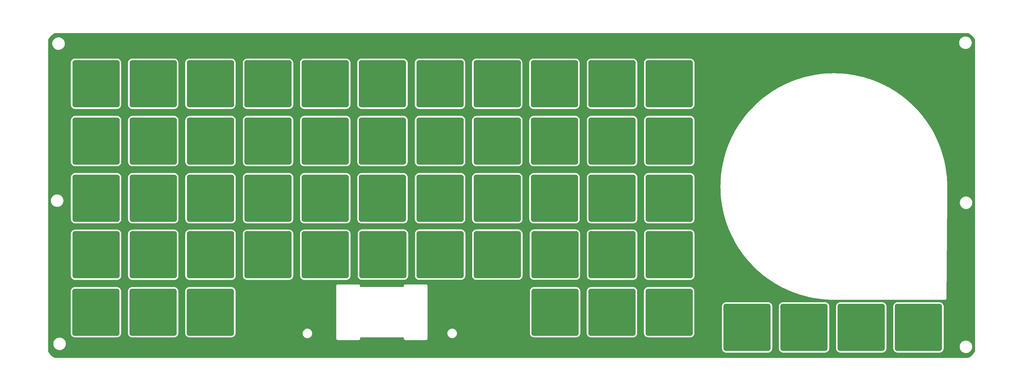
<source format=gbr>
G04 #@! TF.GenerationSoftware,KiCad,Pcbnew,(6.0.7)*
G04 #@! TF.CreationDate,2022-12-19T11:26:14-08:00*
G04 #@! TF.ProjectId,openot rev2,6f70656e-6f74-4207-9265-76322e6b6963,rev?*
G04 #@! TF.SameCoordinates,Original*
G04 #@! TF.FileFunction,Copper,L2,Bot*
G04 #@! TF.FilePolarity,Positive*
%FSLAX46Y46*%
G04 Gerber Fmt 4.6, Leading zero omitted, Abs format (unit mm)*
G04 Created by KiCad (PCBNEW (6.0.7)) date 2022-12-19 11:26:14*
%MOMM*%
%LPD*%
G01*
G04 APERTURE LIST*
G04 Aperture macros list*
%AMRoundRect*
0 Rectangle with rounded corners*
0 $1 Rounding radius*
0 $2 $3 $4 $5 $6 $7 $8 $9 X,Y pos of 4 corners*
0 Add a 4 corners polygon primitive as box body*
4,1,4,$2,$3,$4,$5,$6,$7,$8,$9,$2,$3,0*
0 Add four circle primitives for the rounded corners*
1,1,$1+$1,$2,$3*
1,1,$1+$1,$4,$5*
1,1,$1+$1,$6,$7*
1,1,$1+$1,$8,$9*
0 Add four rect primitives between the rounded corners*
20,1,$1+$1,$2,$3,$4,$5,0*
20,1,$1+$1,$4,$5,$6,$7,0*
20,1,$1+$1,$6,$7,$8,$9,0*
20,1,$1+$1,$8,$9,$2,$3,0*%
G04 Aperture macros list end*
G04 #@! TA.AperFunction,SMDPad,CuDef*
%ADD10RoundRect,1.008000X6.992000X6.992000X-6.992000X6.992000X-6.992000X-6.992000X6.992000X-6.992000X0*%
G04 #@! TD*
G04 APERTURE END LIST*
D10*
X213092800Y-133693600D03*
X251797533Y-95022285D03*
X77710800Y-133693600D03*
X155053800Y-152794400D03*
X213092800Y-114389600D03*
X271131800Y-133693600D03*
X97014800Y-114389600D03*
X174357800Y-133693600D03*
X251827800Y-133693600D03*
X297370000Y-177330800D03*
X77660000Y-172200000D03*
X96984533Y-95022285D03*
X251777000Y-172200000D03*
X213062533Y-95022285D03*
X213097667Y-152756115D03*
X316597800Y-177330801D03*
X135749800Y-133693600D03*
X335901801Y-177330801D03*
X174327533Y-95022285D03*
X155053800Y-114389600D03*
X116318800Y-133693600D03*
X271131800Y-152794400D03*
X232528667Y-152756115D03*
X232366533Y-95022285D03*
X271101533Y-95022285D03*
X271131800Y-114389600D03*
X116318800Y-114389600D03*
X251827800Y-114389600D03*
X135749800Y-152794400D03*
X135719533Y-95022285D03*
X193788800Y-133693600D03*
X193788800Y-114389600D03*
X232396800Y-114389600D03*
X155023533Y-95022285D03*
X193758533Y-95022285D03*
X355205801Y-177330801D03*
X174489667Y-152756115D03*
X97014800Y-152794400D03*
X251827800Y-152794400D03*
X77710800Y-152794400D03*
X116318800Y-152794400D03*
X97014800Y-133693600D03*
X96964000Y-172200000D03*
X135749800Y-114389600D03*
X77680533Y-95022285D03*
X271081000Y-172200000D03*
X174357800Y-114389600D03*
X77710800Y-114389600D03*
X193793667Y-152756115D03*
X232574600Y-172200000D03*
X232396800Y-133693600D03*
X116268000Y-172200000D03*
X116288533Y-95022285D03*
X155053800Y-133693600D03*
G04 #@! TA.AperFunction,NonConductor*
G36*
X372004637Y-77908371D02*
G01*
X372282400Y-78052965D01*
X372291920Y-78058461D01*
X372650520Y-78286915D01*
X372659524Y-78293219D01*
X372996862Y-78552067D01*
X373005282Y-78559133D01*
X373318761Y-78846383D01*
X373326530Y-78854152D01*
X373582772Y-79133791D01*
X373613784Y-79167635D01*
X373620850Y-79176055D01*
X373879698Y-79513393D01*
X373886002Y-79522397D01*
X374114456Y-79880997D01*
X374119952Y-79890517D01*
X374264546Y-80168280D01*
X374278783Y-80226460D01*
X374278783Y-185339608D01*
X374264546Y-185397788D01*
X374119952Y-185675551D01*
X374114457Y-185685069D01*
X374037724Y-185805516D01*
X373886002Y-186043671D01*
X373879698Y-186052675D01*
X373620850Y-186390013D01*
X373613784Y-186398433D01*
X373326534Y-186711912D01*
X373318761Y-186719685D01*
X373005282Y-187006935D01*
X372996862Y-187014001D01*
X372659524Y-187272849D01*
X372650520Y-187279153D01*
X372291920Y-187507607D01*
X372282400Y-187513103D01*
X372004637Y-187657697D01*
X371946457Y-187671934D01*
X63836509Y-187671934D01*
X63778329Y-187657697D01*
X63500566Y-187513103D01*
X63491046Y-187507607D01*
X63132446Y-187279153D01*
X63123442Y-187272849D01*
X62786104Y-187014001D01*
X62777684Y-187006935D01*
X62464205Y-186719685D01*
X62456432Y-186711912D01*
X62169182Y-186398433D01*
X62162116Y-186390013D01*
X61903268Y-186052675D01*
X61896964Y-186043671D01*
X61745242Y-185805516D01*
X61668509Y-185685069D01*
X61663014Y-185675551D01*
X61518420Y-185397788D01*
X61504183Y-185339608D01*
X61504183Y-183004537D01*
X63280626Y-183004537D01*
X63318151Y-183289568D01*
X63394012Y-183566870D01*
X63395696Y-183570818D01*
X63474313Y-183755131D01*
X63506806Y-183831310D01*
X63654444Y-184077995D01*
X63834196Y-184302362D01*
X64042734Y-184500257D01*
X64276200Y-184668020D01*
X64279995Y-184670029D01*
X64279996Y-184670030D01*
X64301752Y-184681549D01*
X64530275Y-184802546D01*
X64554582Y-184811441D01*
X64716332Y-184870633D01*
X64800256Y-184901345D01*
X65081147Y-184962589D01*
X65109724Y-184964838D01*
X65304165Y-184980141D01*
X65304174Y-184980141D01*
X65306622Y-184980334D01*
X65462154Y-184980334D01*
X65464290Y-184980188D01*
X65464301Y-184980188D01*
X65672431Y-184965999D01*
X65672437Y-184965998D01*
X65676708Y-184965707D01*
X65680903Y-184964838D01*
X65680905Y-184964838D01*
X65817467Y-184936557D01*
X65958225Y-184907408D01*
X66229226Y-184811441D01*
X66484695Y-184679584D01*
X66488196Y-184677123D01*
X66488200Y-184677121D01*
X66628194Y-184578731D01*
X66719906Y-184514275D01*
X66851884Y-184391633D01*
X66851885Y-184391632D01*
X288861500Y-184391632D01*
X288872121Y-184539801D01*
X288926186Y-184777771D01*
X289017603Y-185004036D01*
X289144020Y-185212774D01*
X289147296Y-185216624D01*
X289147298Y-185216626D01*
X289244855Y-185331255D01*
X289302184Y-185398616D01*
X289306031Y-185401890D01*
X289484174Y-185553502D01*
X289484176Y-185553504D01*
X289488026Y-185556780D01*
X289696764Y-185683197D01*
X289923029Y-185774614D01*
X290160999Y-185828679D01*
X290165764Y-185829021D01*
X290165767Y-185829021D01*
X290306918Y-185839139D01*
X290306926Y-185839139D01*
X290309168Y-185839300D01*
X304430832Y-185839300D01*
X304433074Y-185839139D01*
X304433082Y-185839139D01*
X304574233Y-185829021D01*
X304574236Y-185829021D01*
X304579001Y-185828679D01*
X304816971Y-185774614D01*
X305043236Y-185683197D01*
X305251974Y-185556780D01*
X305255824Y-185553504D01*
X305255826Y-185553502D01*
X305433969Y-185401890D01*
X305437816Y-185398616D01*
X305495145Y-185331255D01*
X305592702Y-185216626D01*
X305592704Y-185216624D01*
X305595980Y-185212774D01*
X305722397Y-185004036D01*
X305813814Y-184777771D01*
X305867879Y-184539801D01*
X305878500Y-184391633D01*
X308089300Y-184391633D01*
X308099921Y-184539802D01*
X308153986Y-184777772D01*
X308245403Y-185004037D01*
X308371820Y-185212775D01*
X308529984Y-185398617D01*
X308533830Y-185401890D01*
X308533831Y-185401891D01*
X308687576Y-185532738D01*
X308715826Y-185556781D01*
X308924564Y-185683198D01*
X309150829Y-185774615D01*
X309388799Y-185828680D01*
X309393564Y-185829022D01*
X309393567Y-185829022D01*
X309534718Y-185839140D01*
X309534726Y-185839140D01*
X309536968Y-185839301D01*
X323658632Y-185839301D01*
X323660874Y-185839140D01*
X323660882Y-185839140D01*
X323802033Y-185829022D01*
X323802036Y-185829022D01*
X323806801Y-185828680D01*
X324044771Y-185774615D01*
X324271036Y-185683198D01*
X324479774Y-185556781D01*
X324508025Y-185532738D01*
X324661769Y-185401891D01*
X324661770Y-185401890D01*
X324665616Y-185398617D01*
X324823780Y-185212775D01*
X324950197Y-185004037D01*
X325041614Y-184777772D01*
X325095679Y-184539802D01*
X325106300Y-184391633D01*
X327393301Y-184391633D01*
X327403922Y-184539802D01*
X327457987Y-184777772D01*
X327549404Y-185004037D01*
X327675821Y-185212775D01*
X327833985Y-185398617D01*
X327837831Y-185401890D01*
X327837832Y-185401891D01*
X327991577Y-185532738D01*
X328019827Y-185556781D01*
X328228565Y-185683198D01*
X328454830Y-185774615D01*
X328692800Y-185828680D01*
X328697565Y-185829022D01*
X328697568Y-185829022D01*
X328838719Y-185839140D01*
X328838727Y-185839140D01*
X328840969Y-185839301D01*
X342962633Y-185839301D01*
X342964875Y-185839140D01*
X342964883Y-185839140D01*
X343106034Y-185829022D01*
X343106037Y-185829022D01*
X343110802Y-185828680D01*
X343348772Y-185774615D01*
X343575037Y-185683198D01*
X343783775Y-185556781D01*
X343812026Y-185532738D01*
X343965770Y-185401891D01*
X343965771Y-185401890D01*
X343969617Y-185398617D01*
X344127781Y-185212775D01*
X344254198Y-185004037D01*
X344345615Y-184777772D01*
X344399680Y-184539802D01*
X344410301Y-184391633D01*
X346697301Y-184391633D01*
X346707922Y-184539802D01*
X346761987Y-184777772D01*
X346853404Y-185004037D01*
X346979821Y-185212775D01*
X347137985Y-185398617D01*
X347141831Y-185401890D01*
X347141832Y-185401891D01*
X347295577Y-185532738D01*
X347323827Y-185556781D01*
X347532565Y-185683198D01*
X347758830Y-185774615D01*
X347996800Y-185828680D01*
X348001565Y-185829022D01*
X348001568Y-185829022D01*
X348142719Y-185839140D01*
X348142727Y-185839140D01*
X348144969Y-185839301D01*
X362266633Y-185839301D01*
X362268875Y-185839140D01*
X362268883Y-185839140D01*
X362410034Y-185829022D01*
X362410037Y-185829022D01*
X362414802Y-185828680D01*
X362652772Y-185774615D01*
X362879037Y-185683198D01*
X363087775Y-185556781D01*
X363116026Y-185532738D01*
X363269770Y-185401891D01*
X363269771Y-185401890D01*
X363273617Y-185398617D01*
X363431781Y-185212775D01*
X363558198Y-185004037D01*
X363649615Y-184777772D01*
X363703680Y-184539802D01*
X363714301Y-184391633D01*
X363714301Y-184020537D01*
X369096626Y-184020537D01*
X369134151Y-184305568D01*
X369210012Y-184582870D01*
X369211696Y-184586818D01*
X369304342Y-184804021D01*
X369322806Y-184847310D01*
X369470444Y-185093995D01*
X369650196Y-185318362D01*
X369858734Y-185516257D01*
X370092200Y-185684020D01*
X370095995Y-185686029D01*
X370095996Y-185686030D01*
X370117752Y-185697549D01*
X370346275Y-185818546D01*
X370616256Y-185917345D01*
X370897147Y-185978589D01*
X370925724Y-185980838D01*
X371120165Y-185996141D01*
X371120174Y-185996141D01*
X371122622Y-185996334D01*
X371278154Y-185996334D01*
X371280290Y-185996188D01*
X371280301Y-185996188D01*
X371488431Y-185981999D01*
X371488437Y-185981998D01*
X371492708Y-185981707D01*
X371496903Y-185980838D01*
X371496905Y-185980838D01*
X371633466Y-185952558D01*
X371774225Y-185923408D01*
X372045226Y-185827441D01*
X372300695Y-185695584D01*
X372304196Y-185693123D01*
X372304200Y-185693121D01*
X372494465Y-185559400D01*
X372535906Y-185530275D01*
X372614286Y-185457440D01*
X372743362Y-185337495D01*
X372743364Y-185337492D01*
X372746505Y-185334574D01*
X372928596Y-185112102D01*
X373078810Y-184866976D01*
X373115910Y-184782461D01*
X373192640Y-184607664D01*
X373194366Y-184603732D01*
X373213936Y-184535033D01*
X373271951Y-184331368D01*
X373273127Y-184327240D01*
X373313634Y-184042618D01*
X373313728Y-184024785D01*
X373315118Y-183759417D01*
X373315118Y-183759410D01*
X373315140Y-183755131D01*
X373277615Y-183470100D01*
X373201754Y-183192798D01*
X373191178Y-183168004D01*
X373090646Y-182932310D01*
X373090644Y-182932306D01*
X373088960Y-182928358D01*
X372941322Y-182681673D01*
X372761570Y-182457306D01*
X372553032Y-182259411D01*
X372319566Y-182091648D01*
X372297726Y-182080084D01*
X372274537Y-182067806D01*
X372065491Y-181957122D01*
X371889428Y-181892692D01*
X371799541Y-181859798D01*
X371799539Y-181859797D01*
X371795510Y-181858323D01*
X371514619Y-181797079D01*
X371483568Y-181794635D01*
X371291601Y-181779527D01*
X371291592Y-181779527D01*
X371289144Y-181779334D01*
X371133612Y-181779334D01*
X371131476Y-181779480D01*
X371131465Y-181779480D01*
X370923335Y-181793669D01*
X370923329Y-181793670D01*
X370919058Y-181793961D01*
X370914863Y-181794830D01*
X370914861Y-181794830D01*
X370778299Y-181823111D01*
X370637541Y-181852260D01*
X370366540Y-181948227D01*
X370111071Y-182080084D01*
X370107570Y-182082545D01*
X370107566Y-182082547D01*
X370097477Y-182089638D01*
X369875860Y-182245393D01*
X369860775Y-182259411D01*
X369674587Y-182432428D01*
X369665261Y-182441094D01*
X369483170Y-182663566D01*
X369332956Y-182908692D01*
X369217400Y-183171936D01*
X369138639Y-183448428D01*
X369098132Y-183733050D01*
X369098110Y-183737339D01*
X369098109Y-183737346D01*
X369097514Y-183850976D01*
X369096626Y-184020537D01*
X363714301Y-184020537D01*
X363714301Y-170269969D01*
X363703680Y-170121800D01*
X363649615Y-169883830D01*
X363558198Y-169657565D01*
X363431781Y-169448827D01*
X363273617Y-169262985D01*
X363091626Y-169108098D01*
X363091625Y-169108097D01*
X363087775Y-169104821D01*
X362879037Y-168978404D01*
X362652772Y-168886987D01*
X362414802Y-168832922D01*
X362410037Y-168832580D01*
X362410034Y-168832580D01*
X362268883Y-168822462D01*
X362268875Y-168822462D01*
X362266633Y-168822301D01*
X348144969Y-168822301D01*
X348142727Y-168822462D01*
X348142719Y-168822462D01*
X348001568Y-168832580D01*
X348001565Y-168832580D01*
X347996800Y-168832922D01*
X347758830Y-168886987D01*
X347532565Y-168978404D01*
X347323827Y-169104821D01*
X347319977Y-169108097D01*
X347319977Y-169108098D01*
X347137985Y-169262985D01*
X346979821Y-169448827D01*
X346853404Y-169657565D01*
X346761987Y-169883830D01*
X346707922Y-170121800D01*
X346697301Y-170269969D01*
X346697301Y-184391633D01*
X344410301Y-184391633D01*
X344410301Y-170269969D01*
X344399680Y-170121800D01*
X344345615Y-169883830D01*
X344254198Y-169657565D01*
X344127781Y-169448827D01*
X343969617Y-169262985D01*
X343787626Y-169108098D01*
X343787625Y-169108097D01*
X343783775Y-169104821D01*
X343575037Y-168978404D01*
X343348772Y-168886987D01*
X343110802Y-168832922D01*
X343106037Y-168832580D01*
X343106034Y-168832580D01*
X342964883Y-168822462D01*
X342964875Y-168822462D01*
X342962633Y-168822301D01*
X328840969Y-168822301D01*
X328838727Y-168822462D01*
X328838719Y-168822462D01*
X328697568Y-168832580D01*
X328697565Y-168832580D01*
X328692800Y-168832922D01*
X328454830Y-168886987D01*
X328228565Y-168978404D01*
X328019827Y-169104821D01*
X328015977Y-169108097D01*
X328015977Y-169108098D01*
X327833985Y-169262985D01*
X327675821Y-169448827D01*
X327549404Y-169657565D01*
X327457987Y-169883830D01*
X327403922Y-170121800D01*
X327393301Y-170269969D01*
X327393301Y-184391633D01*
X325106300Y-184391633D01*
X325106300Y-170269969D01*
X325095679Y-170121800D01*
X325041614Y-169883830D01*
X324950197Y-169657565D01*
X324823780Y-169448827D01*
X324665616Y-169262985D01*
X324483625Y-169108098D01*
X324483624Y-169108097D01*
X324479774Y-169104821D01*
X324271036Y-168978404D01*
X324044771Y-168886987D01*
X323806801Y-168832922D01*
X323802036Y-168832580D01*
X323802033Y-168832580D01*
X323660882Y-168822462D01*
X323660874Y-168822462D01*
X323658632Y-168822301D01*
X309536968Y-168822301D01*
X309534726Y-168822462D01*
X309534718Y-168822462D01*
X309393567Y-168832580D01*
X309393564Y-168832580D01*
X309388799Y-168832922D01*
X309150829Y-168886987D01*
X308924564Y-168978404D01*
X308715826Y-169104821D01*
X308711976Y-169108097D01*
X308711976Y-169108098D01*
X308529984Y-169262985D01*
X308371820Y-169448827D01*
X308245403Y-169657565D01*
X308153986Y-169883830D01*
X308099921Y-170121800D01*
X308089300Y-170269969D01*
X308089300Y-184391633D01*
X305878500Y-184391633D01*
X305878500Y-184391632D01*
X305878500Y-170269968D01*
X305867879Y-170121799D01*
X305813814Y-169883829D01*
X305722397Y-169657564D01*
X305595980Y-169448826D01*
X305437816Y-169262984D01*
X305251974Y-169104820D01*
X305043236Y-168978403D01*
X304816971Y-168886986D01*
X304579001Y-168832921D01*
X304574236Y-168832579D01*
X304574233Y-168832579D01*
X304433082Y-168822461D01*
X304433074Y-168822461D01*
X304430832Y-168822300D01*
X290309168Y-168822300D01*
X290306926Y-168822461D01*
X290306918Y-168822461D01*
X290165767Y-168832579D01*
X290165764Y-168832579D01*
X290160999Y-168832921D01*
X289923029Y-168886986D01*
X289696764Y-168978403D01*
X289488026Y-169104820D01*
X289302184Y-169262984D01*
X289144020Y-169448826D01*
X289017603Y-169657564D01*
X288926186Y-169883829D01*
X288872121Y-170121799D01*
X288861500Y-170269968D01*
X288861500Y-184391632D01*
X66851885Y-184391632D01*
X66927362Y-184321495D01*
X66927364Y-184321492D01*
X66930505Y-184318574D01*
X67112596Y-184096102D01*
X67262810Y-183850976D01*
X67378366Y-183587732D01*
X67457127Y-183311240D01*
X67497634Y-183026618D01*
X67497728Y-183008785D01*
X67499118Y-182743417D01*
X67499118Y-182743410D01*
X67499140Y-182739131D01*
X67461615Y-182454100D01*
X67385754Y-182176798D01*
X67343664Y-182078119D01*
X67274646Y-181916310D01*
X67274644Y-181916306D01*
X67272960Y-181912358D01*
X67125322Y-181665673D01*
X66945570Y-181441306D01*
X66822172Y-181324206D01*
X66740141Y-181246361D01*
X66740138Y-181246359D01*
X66737032Y-181243411D01*
X66620566Y-181159721D01*
X158748524Y-181159721D01*
X158750991Y-181168352D01*
X158756650Y-181188153D01*
X158760228Y-181204915D01*
X158764420Y-181234187D01*
X158768134Y-181242355D01*
X158768134Y-181242356D01*
X158775048Y-181257562D01*
X158781496Y-181275086D01*
X158788551Y-181299771D01*
X158793343Y-181307365D01*
X158793344Y-181307368D01*
X158804330Y-181324780D01*
X158812469Y-181339863D01*
X158824708Y-181366782D01*
X158830569Y-181373584D01*
X158841470Y-181386235D01*
X158852573Y-181401239D01*
X158866276Y-181422958D01*
X158873001Y-181428897D01*
X158873004Y-181428901D01*
X158888438Y-181442532D01*
X158900482Y-181454724D01*
X158913927Y-181470327D01*
X158913930Y-181470329D01*
X158919787Y-181477127D01*
X158927316Y-181482007D01*
X158927317Y-181482008D01*
X158941335Y-181491094D01*
X158956209Y-181502385D01*
X158968717Y-181513431D01*
X158975451Y-181519378D01*
X159002211Y-181531942D01*
X159017191Y-181540263D01*
X159034483Y-181551471D01*
X159034488Y-181551473D01*
X159042015Y-181556352D01*
X159050608Y-181558922D01*
X159050613Y-181558924D01*
X159066620Y-181563711D01*
X159084064Y-181570372D01*
X159099176Y-181577467D01*
X159099178Y-181577468D01*
X159107300Y-181581281D01*
X159116167Y-181582662D01*
X159116168Y-181582662D01*
X159118853Y-181583080D01*
X159136517Y-181585830D01*
X159153232Y-181589613D01*
X159172966Y-181595515D01*
X159172972Y-181595516D01*
X159181566Y-181598086D01*
X159190537Y-181598141D01*
X159190538Y-181598141D01*
X159200597Y-181598202D01*
X159216006Y-181598296D01*
X159216789Y-181598329D01*
X159217886Y-181598500D01*
X159248877Y-181598500D01*
X159249647Y-181598502D01*
X159323285Y-181598952D01*
X159323286Y-181598952D01*
X159327221Y-181598976D01*
X159328565Y-181598592D01*
X159329910Y-181598500D01*
X166297377Y-181598500D01*
X166298148Y-181598502D01*
X166375721Y-181598976D01*
X166404152Y-181590850D01*
X166420915Y-181587272D01*
X166421753Y-181587152D01*
X166450187Y-181583080D01*
X166473564Y-181572451D01*
X166491087Y-181566004D01*
X166515771Y-181558949D01*
X166523365Y-181554157D01*
X166523368Y-181554156D01*
X166540780Y-181543170D01*
X166555865Y-181535030D01*
X166582782Y-181522792D01*
X166602235Y-181506030D01*
X166617239Y-181494927D01*
X166638958Y-181481224D01*
X166644897Y-181474499D01*
X166644901Y-181474496D01*
X166658532Y-181459062D01*
X166670724Y-181447018D01*
X166686327Y-181433573D01*
X166686329Y-181433570D01*
X166693127Y-181427713D01*
X166707094Y-181406165D01*
X166718385Y-181391291D01*
X166729431Y-181378783D01*
X166729432Y-181378782D01*
X166735378Y-181372049D01*
X166747943Y-181345287D01*
X166756263Y-181330309D01*
X166767471Y-181313017D01*
X166767473Y-181313012D01*
X166772352Y-181305485D01*
X166774922Y-181296892D01*
X166774924Y-181296887D01*
X166779711Y-181280880D01*
X166786372Y-181263436D01*
X166793467Y-181248324D01*
X166793468Y-181248322D01*
X166797281Y-181240200D01*
X166801830Y-181210983D01*
X166805613Y-181194268D01*
X166811515Y-181174534D01*
X166811516Y-181174528D01*
X166814086Y-181165934D01*
X166814296Y-181131494D01*
X166814329Y-181130711D01*
X166814500Y-181129614D01*
X166814500Y-181098623D01*
X166814502Y-181097853D01*
X166814952Y-181024215D01*
X166814952Y-181024214D01*
X166814976Y-181020279D01*
X166814592Y-181018935D01*
X166814500Y-181017590D01*
X166814500Y-180835500D01*
X166834502Y-180767379D01*
X166888158Y-180720886D01*
X166940500Y-180709500D01*
X181419500Y-180709500D01*
X181487621Y-180729502D01*
X181534114Y-180783158D01*
X181545500Y-180835500D01*
X181545500Y-181081377D01*
X181545498Y-181082147D01*
X181545024Y-181159721D01*
X181547491Y-181168352D01*
X181553150Y-181188153D01*
X181556728Y-181204915D01*
X181560920Y-181234187D01*
X181564634Y-181242355D01*
X181564634Y-181242356D01*
X181571548Y-181257562D01*
X181577996Y-181275086D01*
X181585051Y-181299771D01*
X181589843Y-181307365D01*
X181589844Y-181307368D01*
X181600830Y-181324780D01*
X181608969Y-181339863D01*
X181621208Y-181366782D01*
X181627069Y-181373584D01*
X181637970Y-181386235D01*
X181649073Y-181401239D01*
X181662776Y-181422958D01*
X181669501Y-181428897D01*
X181669504Y-181428901D01*
X181684938Y-181442532D01*
X181696982Y-181454724D01*
X181710427Y-181470327D01*
X181710430Y-181470329D01*
X181716287Y-181477127D01*
X181723816Y-181482007D01*
X181723817Y-181482008D01*
X181737835Y-181491094D01*
X181752709Y-181502385D01*
X181765217Y-181513431D01*
X181771951Y-181519378D01*
X181798711Y-181531942D01*
X181813691Y-181540263D01*
X181830983Y-181551471D01*
X181830988Y-181551473D01*
X181838515Y-181556352D01*
X181847108Y-181558922D01*
X181847113Y-181558924D01*
X181863120Y-181563711D01*
X181880564Y-181570372D01*
X181895676Y-181577467D01*
X181895678Y-181577468D01*
X181903800Y-181581281D01*
X181912667Y-181582662D01*
X181912668Y-181582662D01*
X181915353Y-181583080D01*
X181933017Y-181585830D01*
X181949732Y-181589613D01*
X181969466Y-181595515D01*
X181969472Y-181595516D01*
X181978066Y-181598086D01*
X181987037Y-181598141D01*
X181987038Y-181598141D01*
X181997097Y-181598202D01*
X182012506Y-181598296D01*
X182013289Y-181598329D01*
X182014386Y-181598500D01*
X182045377Y-181598500D01*
X182046147Y-181598502D01*
X182119785Y-181598952D01*
X182119786Y-181598952D01*
X182123721Y-181598976D01*
X182125065Y-181598592D01*
X182126410Y-181598500D01*
X189030377Y-181598500D01*
X189031148Y-181598502D01*
X189108721Y-181598976D01*
X189137152Y-181590850D01*
X189153915Y-181587272D01*
X189154753Y-181587152D01*
X189183187Y-181583080D01*
X189206564Y-181572451D01*
X189224087Y-181566004D01*
X189248771Y-181558949D01*
X189256365Y-181554157D01*
X189256368Y-181554156D01*
X189273780Y-181543170D01*
X189288865Y-181535030D01*
X189315782Y-181522792D01*
X189335235Y-181506030D01*
X189350239Y-181494927D01*
X189371958Y-181481224D01*
X189377897Y-181474499D01*
X189377901Y-181474496D01*
X189391532Y-181459062D01*
X189403724Y-181447018D01*
X189419327Y-181433573D01*
X189419329Y-181433570D01*
X189426127Y-181427713D01*
X189440094Y-181406165D01*
X189451385Y-181391291D01*
X189462431Y-181378783D01*
X189462432Y-181378782D01*
X189468378Y-181372049D01*
X189480943Y-181345287D01*
X189489263Y-181330309D01*
X189500471Y-181313017D01*
X189500473Y-181313012D01*
X189505352Y-181305485D01*
X189507922Y-181296892D01*
X189507924Y-181296887D01*
X189512711Y-181280880D01*
X189519372Y-181263436D01*
X189526467Y-181248324D01*
X189526468Y-181248322D01*
X189530281Y-181240200D01*
X189534830Y-181210983D01*
X189538613Y-181194268D01*
X189544515Y-181174534D01*
X189544516Y-181174528D01*
X189547086Y-181165934D01*
X189547296Y-181131494D01*
X189547329Y-181130711D01*
X189547500Y-181129614D01*
X189547500Y-181098623D01*
X189547502Y-181097853D01*
X189547952Y-181024215D01*
X189547952Y-181024214D01*
X189547976Y-181020279D01*
X189547592Y-181018935D01*
X189547500Y-181017590D01*
X189547500Y-179339132D01*
X196244193Y-179339132D01*
X196264058Y-179591535D01*
X196265212Y-179596342D01*
X196265213Y-179596348D01*
X196295311Y-179721714D01*
X196323162Y-179837723D01*
X196325055Y-179842294D01*
X196325056Y-179842296D01*
X196398286Y-180019088D01*
X196420051Y-180071634D01*
X196552339Y-180287508D01*
X196716769Y-180480030D01*
X196909291Y-180644460D01*
X197125165Y-180776748D01*
X197129735Y-180778641D01*
X197129739Y-180778643D01*
X197283477Y-180842323D01*
X197359076Y-180873637D01*
X197443699Y-180893953D01*
X197600451Y-180931586D01*
X197600457Y-180931587D01*
X197605264Y-180932741D01*
X197705083Y-180940597D01*
X197792012Y-180947439D01*
X197792019Y-180947439D01*
X197794468Y-180947632D01*
X197920866Y-180947632D01*
X197923315Y-180947439D01*
X197923322Y-180947439D01*
X198010251Y-180940597D01*
X198110070Y-180932741D01*
X198114877Y-180931587D01*
X198114883Y-180931586D01*
X198271635Y-180893953D01*
X198356258Y-180873637D01*
X198431857Y-180842323D01*
X198585595Y-180778643D01*
X198585599Y-180778641D01*
X198590169Y-180776748D01*
X198806043Y-180644460D01*
X198998565Y-180480030D01*
X199162995Y-180287508D01*
X199295283Y-180071634D01*
X199317049Y-180019088D01*
X199390278Y-179842296D01*
X199390279Y-179842294D01*
X199392172Y-179837723D01*
X199420023Y-179721714D01*
X199450121Y-179596348D01*
X199450122Y-179596342D01*
X199451276Y-179591535D01*
X199471141Y-179339132D01*
X199464979Y-179260832D01*
X224066100Y-179260832D01*
X224066261Y-179263074D01*
X224066261Y-179263082D01*
X224072066Y-179344062D01*
X224076721Y-179409001D01*
X224130786Y-179646971D01*
X224222203Y-179873236D01*
X224348620Y-180081974D01*
X224351896Y-180085824D01*
X224351898Y-180085826D01*
X224448253Y-180199042D01*
X224506784Y-180267816D01*
X224510631Y-180271090D01*
X224630361Y-180372988D01*
X224692626Y-180425980D01*
X224901364Y-180552397D01*
X225127629Y-180643814D01*
X225365599Y-180697879D01*
X225370364Y-180698221D01*
X225370367Y-180698221D01*
X225511518Y-180708339D01*
X225511526Y-180708339D01*
X225513768Y-180708500D01*
X239635432Y-180708500D01*
X239637674Y-180708339D01*
X239637682Y-180708339D01*
X239778833Y-180698221D01*
X239778836Y-180698221D01*
X239783601Y-180697879D01*
X240021571Y-180643814D01*
X240247836Y-180552397D01*
X240456574Y-180425980D01*
X240518840Y-180372988D01*
X240638569Y-180271090D01*
X240642416Y-180267816D01*
X240700947Y-180199042D01*
X240797302Y-180085826D01*
X240797304Y-180085824D01*
X240800580Y-180081974D01*
X240926997Y-179873236D01*
X241018414Y-179646971D01*
X241072479Y-179409001D01*
X241077134Y-179344062D01*
X241082939Y-179263082D01*
X241082939Y-179263074D01*
X241083100Y-179260832D01*
X243268500Y-179260832D01*
X243268661Y-179263074D01*
X243268661Y-179263082D01*
X243274466Y-179344062D01*
X243279121Y-179409001D01*
X243333186Y-179646971D01*
X243424603Y-179873236D01*
X243551020Y-180081974D01*
X243554296Y-180085824D01*
X243554298Y-180085826D01*
X243650653Y-180199042D01*
X243709184Y-180267816D01*
X243713031Y-180271090D01*
X243832761Y-180372988D01*
X243895026Y-180425980D01*
X244103764Y-180552397D01*
X244330029Y-180643814D01*
X244567999Y-180697879D01*
X244572764Y-180698221D01*
X244572767Y-180698221D01*
X244713918Y-180708339D01*
X244713926Y-180708339D01*
X244716168Y-180708500D01*
X258837832Y-180708500D01*
X258840074Y-180708339D01*
X258840082Y-180708339D01*
X258981233Y-180698221D01*
X258981236Y-180698221D01*
X258986001Y-180697879D01*
X259223971Y-180643814D01*
X259450236Y-180552397D01*
X259658974Y-180425980D01*
X259721240Y-180372988D01*
X259840969Y-180271090D01*
X259844816Y-180267816D01*
X259903347Y-180199042D01*
X259999702Y-180085826D01*
X259999704Y-180085824D01*
X260002980Y-180081974D01*
X260129397Y-179873236D01*
X260220814Y-179646971D01*
X260274879Y-179409001D01*
X260279534Y-179344062D01*
X260285339Y-179263082D01*
X260285339Y-179263074D01*
X260285500Y-179260832D01*
X262572500Y-179260832D01*
X262572661Y-179263074D01*
X262572661Y-179263082D01*
X262578466Y-179344062D01*
X262583121Y-179409001D01*
X262637186Y-179646971D01*
X262728603Y-179873236D01*
X262855020Y-180081974D01*
X262858296Y-180085824D01*
X262858298Y-180085826D01*
X262954653Y-180199042D01*
X263013184Y-180267816D01*
X263017031Y-180271090D01*
X263136761Y-180372988D01*
X263199026Y-180425980D01*
X263407764Y-180552397D01*
X263634029Y-180643814D01*
X263871999Y-180697879D01*
X263876764Y-180698221D01*
X263876767Y-180698221D01*
X264017918Y-180708339D01*
X264017926Y-180708339D01*
X264020168Y-180708500D01*
X278141832Y-180708500D01*
X278144074Y-180708339D01*
X278144082Y-180708339D01*
X278285233Y-180698221D01*
X278285236Y-180698221D01*
X278290001Y-180697879D01*
X278527971Y-180643814D01*
X278754236Y-180552397D01*
X278962974Y-180425980D01*
X279025240Y-180372988D01*
X279144969Y-180271090D01*
X279148816Y-180267816D01*
X279207347Y-180199042D01*
X279303702Y-180085826D01*
X279303704Y-180085824D01*
X279306980Y-180081974D01*
X279433397Y-179873236D01*
X279524814Y-179646971D01*
X279578879Y-179409001D01*
X279583534Y-179344062D01*
X279589339Y-179263082D01*
X279589339Y-179263074D01*
X279589500Y-179260832D01*
X279589500Y-165139168D01*
X279578879Y-164990999D01*
X279524814Y-164753029D01*
X279433397Y-164526764D01*
X279306980Y-164318026D01*
X279212547Y-164207067D01*
X279152090Y-164136031D01*
X279148816Y-164132184D01*
X279043344Y-164042420D01*
X278966826Y-163977298D01*
X278966824Y-163977296D01*
X278962974Y-163974020D01*
X278754236Y-163847603D01*
X278527971Y-163756186D01*
X278290001Y-163702121D01*
X278285236Y-163701779D01*
X278285233Y-163701779D01*
X278144082Y-163691661D01*
X278144074Y-163691661D01*
X278141832Y-163691500D01*
X264020168Y-163691500D01*
X264017926Y-163691661D01*
X264017918Y-163691661D01*
X263876767Y-163701779D01*
X263876764Y-163701779D01*
X263871999Y-163702121D01*
X263634029Y-163756186D01*
X263407764Y-163847603D01*
X263199026Y-163974020D01*
X263195176Y-163977296D01*
X263195174Y-163977298D01*
X263118656Y-164042420D01*
X263013184Y-164132184D01*
X263009910Y-164136031D01*
X262949454Y-164207067D01*
X262855020Y-164318026D01*
X262728603Y-164526764D01*
X262637186Y-164753029D01*
X262583121Y-164990999D01*
X262572500Y-165139168D01*
X262572500Y-179260832D01*
X260285500Y-179260832D01*
X260285500Y-165139168D01*
X260274879Y-164990999D01*
X260220814Y-164753029D01*
X260129397Y-164526764D01*
X260002980Y-164318026D01*
X259908547Y-164207067D01*
X259848090Y-164136031D01*
X259844816Y-164132184D01*
X259739344Y-164042420D01*
X259662826Y-163977298D01*
X259662824Y-163977296D01*
X259658974Y-163974020D01*
X259450236Y-163847603D01*
X259223971Y-163756186D01*
X258986001Y-163702121D01*
X258981236Y-163701779D01*
X258981233Y-163701779D01*
X258840082Y-163691661D01*
X258840074Y-163691661D01*
X258837832Y-163691500D01*
X244716168Y-163691500D01*
X244713926Y-163691661D01*
X244713918Y-163691661D01*
X244572767Y-163701779D01*
X244572764Y-163701779D01*
X244567999Y-163702121D01*
X244330029Y-163756186D01*
X244103764Y-163847603D01*
X243895026Y-163974020D01*
X243891176Y-163977296D01*
X243891174Y-163977298D01*
X243814656Y-164042420D01*
X243709184Y-164132184D01*
X243705910Y-164136031D01*
X243645454Y-164207067D01*
X243551020Y-164318026D01*
X243424603Y-164526764D01*
X243333186Y-164753029D01*
X243279121Y-164990999D01*
X243268500Y-165139168D01*
X243268500Y-179260832D01*
X241083100Y-179260832D01*
X241083100Y-165139168D01*
X241072479Y-164990999D01*
X241018414Y-164753029D01*
X240926997Y-164526764D01*
X240800580Y-164318026D01*
X240706147Y-164207067D01*
X240645690Y-164136031D01*
X240642416Y-164132184D01*
X240536944Y-164042420D01*
X240460426Y-163977298D01*
X240460424Y-163977296D01*
X240456574Y-163974020D01*
X240247836Y-163847603D01*
X240021571Y-163756186D01*
X239783601Y-163702121D01*
X239778836Y-163701779D01*
X239778833Y-163701779D01*
X239637682Y-163691661D01*
X239637674Y-163691661D01*
X239635432Y-163691500D01*
X225513768Y-163691500D01*
X225511526Y-163691661D01*
X225511518Y-163691661D01*
X225370367Y-163701779D01*
X225370364Y-163701779D01*
X225365599Y-163702121D01*
X225127629Y-163756186D01*
X224901364Y-163847603D01*
X224692626Y-163974020D01*
X224688776Y-163977296D01*
X224688774Y-163977298D01*
X224612256Y-164042420D01*
X224506784Y-164132184D01*
X224503510Y-164136031D01*
X224443054Y-164207067D01*
X224348620Y-164318026D01*
X224222203Y-164526764D01*
X224130786Y-164753029D01*
X224076721Y-164990999D01*
X224066100Y-165139168D01*
X224066100Y-179260832D01*
X199464979Y-179260832D01*
X199451276Y-179086729D01*
X199392172Y-178840541D01*
X199295283Y-178606630D01*
X199162995Y-178390756D01*
X198998565Y-178198234D01*
X198806043Y-178033804D01*
X198590169Y-177901516D01*
X198585599Y-177899623D01*
X198585595Y-177899621D01*
X198360831Y-177806521D01*
X198360829Y-177806520D01*
X198356258Y-177804627D01*
X198271635Y-177784311D01*
X198114883Y-177746678D01*
X198114877Y-177746677D01*
X198110070Y-177745523D01*
X198010251Y-177737667D01*
X197923322Y-177730825D01*
X197923315Y-177730825D01*
X197920866Y-177730632D01*
X197794468Y-177730632D01*
X197792019Y-177730825D01*
X197792012Y-177730825D01*
X197705083Y-177737667D01*
X197605264Y-177745523D01*
X197600457Y-177746677D01*
X197600451Y-177746678D01*
X197443699Y-177784311D01*
X197359076Y-177804627D01*
X197354505Y-177806520D01*
X197354503Y-177806521D01*
X197129739Y-177899621D01*
X197129735Y-177899623D01*
X197125165Y-177901516D01*
X196909291Y-178033804D01*
X196716769Y-178198234D01*
X196552339Y-178390756D01*
X196420051Y-178606630D01*
X196323162Y-178840541D01*
X196264058Y-179086729D01*
X196244193Y-179339132D01*
X189547500Y-179339132D01*
X189547500Y-163318623D01*
X189547502Y-163317853D01*
X189547800Y-163269102D01*
X189547976Y-163240279D01*
X189539850Y-163211847D01*
X189536272Y-163195085D01*
X189533352Y-163174698D01*
X189532080Y-163165813D01*
X189521451Y-163142436D01*
X189515004Y-163124913D01*
X189510416Y-163108862D01*
X189507949Y-163100229D01*
X189503156Y-163092632D01*
X189492170Y-163075220D01*
X189484030Y-163060135D01*
X189481564Y-163054711D01*
X189471792Y-163033218D01*
X189455030Y-163013765D01*
X189443927Y-162998761D01*
X189430224Y-162977042D01*
X189423499Y-162971103D01*
X189423496Y-162971099D01*
X189408062Y-162957468D01*
X189396018Y-162945276D01*
X189382573Y-162929673D01*
X189382570Y-162929671D01*
X189376713Y-162922873D01*
X189363009Y-162913990D01*
X189355165Y-162908906D01*
X189340291Y-162897615D01*
X189327783Y-162886569D01*
X189327782Y-162886568D01*
X189321049Y-162880622D01*
X189294287Y-162868057D01*
X189279309Y-162859737D01*
X189262017Y-162848529D01*
X189262012Y-162848527D01*
X189254485Y-162843648D01*
X189245892Y-162841078D01*
X189245887Y-162841076D01*
X189229880Y-162836289D01*
X189212436Y-162829628D01*
X189197324Y-162822533D01*
X189197322Y-162822532D01*
X189189200Y-162818719D01*
X189180333Y-162817338D01*
X189180332Y-162817338D01*
X189169478Y-162815648D01*
X189159983Y-162814170D01*
X189143268Y-162810387D01*
X189123534Y-162804485D01*
X189123528Y-162804484D01*
X189114934Y-162801914D01*
X189105963Y-162801859D01*
X189105962Y-162801859D01*
X189095903Y-162801798D01*
X189080494Y-162801704D01*
X189079711Y-162801671D01*
X189078614Y-162801500D01*
X189047623Y-162801500D01*
X189046853Y-162801498D01*
X188973215Y-162801048D01*
X188973214Y-162801048D01*
X188969279Y-162801024D01*
X188967935Y-162801408D01*
X188966590Y-162801500D01*
X182062623Y-162801500D01*
X182061853Y-162801498D01*
X182061037Y-162801493D01*
X181984279Y-162801024D01*
X181961918Y-162807415D01*
X181955847Y-162809150D01*
X181939085Y-162812728D01*
X181909813Y-162816920D01*
X181901645Y-162820634D01*
X181901644Y-162820634D01*
X181886438Y-162827548D01*
X181868914Y-162833996D01*
X181844229Y-162841051D01*
X181836635Y-162845843D01*
X181836632Y-162845844D01*
X181819220Y-162856830D01*
X181804137Y-162864969D01*
X181777218Y-162877208D01*
X181770416Y-162883069D01*
X181757765Y-162893970D01*
X181742761Y-162905073D01*
X181721042Y-162918776D01*
X181715103Y-162925501D01*
X181715099Y-162925504D01*
X181701468Y-162940938D01*
X181689276Y-162952982D01*
X181673673Y-162966427D01*
X181673671Y-162966430D01*
X181666873Y-162972287D01*
X181661993Y-162979816D01*
X181661992Y-162979817D01*
X181652906Y-162993835D01*
X181641615Y-163008709D01*
X181630569Y-163021217D01*
X181624622Y-163027951D01*
X181618312Y-163041391D01*
X181612058Y-163054711D01*
X181603737Y-163069691D01*
X181592529Y-163086983D01*
X181592527Y-163086988D01*
X181587648Y-163094515D01*
X181585078Y-163103108D01*
X181585076Y-163103113D01*
X181580289Y-163119120D01*
X181573628Y-163136564D01*
X181566533Y-163151676D01*
X181562719Y-163159800D01*
X181561338Y-163168667D01*
X181561338Y-163168668D01*
X181558170Y-163189015D01*
X181554387Y-163205732D01*
X181548485Y-163225466D01*
X181548484Y-163225472D01*
X181545914Y-163234066D01*
X181545859Y-163243037D01*
X181545859Y-163243038D01*
X181545704Y-163268497D01*
X181545671Y-163269289D01*
X181545500Y-163270386D01*
X181545500Y-163301377D01*
X181545498Y-163302147D01*
X181545024Y-163379721D01*
X181545408Y-163381065D01*
X181545500Y-163382410D01*
X181545500Y-163564500D01*
X181525498Y-163632621D01*
X181471842Y-163679114D01*
X181419500Y-163690500D01*
X166877000Y-163690500D01*
X166808879Y-163670498D01*
X166762386Y-163616842D01*
X166751000Y-163564500D01*
X166751000Y-163318623D01*
X166751002Y-163317853D01*
X166751300Y-163269102D01*
X166751476Y-163240279D01*
X166743350Y-163211847D01*
X166739772Y-163195085D01*
X166736852Y-163174698D01*
X166735580Y-163165813D01*
X166724951Y-163142436D01*
X166718504Y-163124913D01*
X166713916Y-163108862D01*
X166711449Y-163100229D01*
X166706656Y-163092632D01*
X166695670Y-163075220D01*
X166687530Y-163060135D01*
X166685064Y-163054711D01*
X166675292Y-163033218D01*
X166658530Y-163013765D01*
X166647427Y-162998761D01*
X166633724Y-162977042D01*
X166626999Y-162971103D01*
X166626996Y-162971099D01*
X166611562Y-162957468D01*
X166599518Y-162945276D01*
X166586073Y-162929673D01*
X166586070Y-162929671D01*
X166580213Y-162922873D01*
X166566509Y-162913990D01*
X166558665Y-162908906D01*
X166543791Y-162897615D01*
X166531283Y-162886569D01*
X166531282Y-162886568D01*
X166524549Y-162880622D01*
X166497787Y-162868057D01*
X166482809Y-162859737D01*
X166465517Y-162848529D01*
X166465512Y-162848527D01*
X166457985Y-162843648D01*
X166449392Y-162841078D01*
X166449387Y-162841076D01*
X166433380Y-162836289D01*
X166415936Y-162829628D01*
X166400824Y-162822533D01*
X166400822Y-162822532D01*
X166392700Y-162818719D01*
X166383833Y-162817338D01*
X166383832Y-162817338D01*
X166372978Y-162815648D01*
X166363483Y-162814170D01*
X166346768Y-162810387D01*
X166327034Y-162804485D01*
X166327028Y-162804484D01*
X166318434Y-162801914D01*
X166309463Y-162801859D01*
X166309462Y-162801859D01*
X166299403Y-162801798D01*
X166283994Y-162801704D01*
X166283211Y-162801671D01*
X166282114Y-162801500D01*
X166251123Y-162801500D01*
X166250353Y-162801498D01*
X166176715Y-162801048D01*
X166176714Y-162801048D01*
X166172779Y-162801024D01*
X166171435Y-162801408D01*
X166170090Y-162801500D01*
X159266123Y-162801500D01*
X159265353Y-162801498D01*
X159264537Y-162801493D01*
X159187779Y-162801024D01*
X159165418Y-162807415D01*
X159159347Y-162809150D01*
X159142585Y-162812728D01*
X159113313Y-162816920D01*
X159105145Y-162820634D01*
X159105144Y-162820634D01*
X159089938Y-162827548D01*
X159072414Y-162833996D01*
X159047729Y-162841051D01*
X159040135Y-162845843D01*
X159040132Y-162845844D01*
X159022720Y-162856830D01*
X159007637Y-162864969D01*
X158980718Y-162877208D01*
X158973916Y-162883069D01*
X158961265Y-162893970D01*
X158946261Y-162905073D01*
X158924542Y-162918776D01*
X158918603Y-162925501D01*
X158918599Y-162925504D01*
X158904968Y-162940938D01*
X158892776Y-162952982D01*
X158877173Y-162966427D01*
X158877171Y-162966430D01*
X158870373Y-162972287D01*
X158865493Y-162979816D01*
X158865492Y-162979817D01*
X158856406Y-162993835D01*
X158845115Y-163008709D01*
X158834069Y-163021217D01*
X158828122Y-163027951D01*
X158821812Y-163041391D01*
X158815558Y-163054711D01*
X158807237Y-163069691D01*
X158796029Y-163086983D01*
X158796027Y-163086988D01*
X158791148Y-163094515D01*
X158788578Y-163103108D01*
X158788576Y-163103113D01*
X158783789Y-163119120D01*
X158777128Y-163136564D01*
X158770033Y-163151676D01*
X158766219Y-163159800D01*
X158764838Y-163168667D01*
X158764838Y-163168668D01*
X158761670Y-163189015D01*
X158757887Y-163205732D01*
X158751985Y-163225466D01*
X158751984Y-163225472D01*
X158749414Y-163234066D01*
X158749359Y-163243037D01*
X158749359Y-163243038D01*
X158749204Y-163268497D01*
X158749171Y-163269289D01*
X158749000Y-163270386D01*
X158749000Y-163301377D01*
X158748998Y-163302147D01*
X158748524Y-163379721D01*
X158748908Y-163381065D01*
X158749000Y-163382410D01*
X158749000Y-181081377D01*
X158748998Y-181082147D01*
X158748524Y-181159721D01*
X66620566Y-181159721D01*
X66535539Y-181098623D01*
X66507055Y-181078155D01*
X66507054Y-181078154D01*
X66503566Y-181075648D01*
X66481726Y-181064084D01*
X66398992Y-181020279D01*
X66249491Y-180941122D01*
X65979510Y-180842323D01*
X65698619Y-180781079D01*
X65667568Y-180778635D01*
X65475601Y-180763527D01*
X65475592Y-180763527D01*
X65473144Y-180763334D01*
X65317612Y-180763334D01*
X65315476Y-180763480D01*
X65315465Y-180763480D01*
X65107335Y-180777669D01*
X65107329Y-180777670D01*
X65103058Y-180777961D01*
X65098863Y-180778830D01*
X65098861Y-180778830D01*
X65077962Y-180783158D01*
X64821541Y-180836260D01*
X64550540Y-180932227D01*
X64295071Y-181064084D01*
X64291570Y-181066545D01*
X64291566Y-181066547D01*
X64246557Y-181098180D01*
X64059860Y-181229393D01*
X63993415Y-181291138D01*
X63854546Y-181420183D01*
X63849261Y-181425094D01*
X63667170Y-181647566D01*
X63516956Y-181892692D01*
X63515230Y-181896625D01*
X63515229Y-181896626D01*
X63430503Y-182089638D01*
X63401400Y-182155936D01*
X63322639Y-182432428D01*
X63282132Y-182717050D01*
X63282110Y-182721339D01*
X63282109Y-182721346D01*
X63281147Y-182905035D01*
X63280626Y-183004537D01*
X61504183Y-183004537D01*
X61504183Y-179260832D01*
X69151500Y-179260832D01*
X69151661Y-179263074D01*
X69151661Y-179263082D01*
X69157466Y-179344062D01*
X69162121Y-179409001D01*
X69216186Y-179646971D01*
X69307603Y-179873236D01*
X69434020Y-180081974D01*
X69437296Y-180085824D01*
X69437298Y-180085826D01*
X69533653Y-180199042D01*
X69592184Y-180267816D01*
X69596031Y-180271090D01*
X69715761Y-180372988D01*
X69778026Y-180425980D01*
X69986764Y-180552397D01*
X70213029Y-180643814D01*
X70450999Y-180697879D01*
X70455764Y-180698221D01*
X70455767Y-180698221D01*
X70596918Y-180708339D01*
X70596926Y-180708339D01*
X70599168Y-180708500D01*
X84720832Y-180708500D01*
X84723074Y-180708339D01*
X84723082Y-180708339D01*
X84864233Y-180698221D01*
X84864236Y-180698221D01*
X84869001Y-180697879D01*
X85106971Y-180643814D01*
X85333236Y-180552397D01*
X85541974Y-180425980D01*
X85604240Y-180372988D01*
X85723969Y-180271090D01*
X85727816Y-180267816D01*
X85786347Y-180199042D01*
X85882702Y-180085826D01*
X85882704Y-180085824D01*
X85885980Y-180081974D01*
X86012397Y-179873236D01*
X86103814Y-179646971D01*
X86157879Y-179409001D01*
X86162534Y-179344062D01*
X86168339Y-179263082D01*
X86168339Y-179263074D01*
X86168500Y-179260832D01*
X88455500Y-179260832D01*
X88455661Y-179263074D01*
X88455661Y-179263082D01*
X88461466Y-179344062D01*
X88466121Y-179409001D01*
X88520186Y-179646971D01*
X88611603Y-179873236D01*
X88738020Y-180081974D01*
X88741296Y-180085824D01*
X88741298Y-180085826D01*
X88837653Y-180199042D01*
X88896184Y-180267816D01*
X88900031Y-180271090D01*
X89019761Y-180372988D01*
X89082026Y-180425980D01*
X89290764Y-180552397D01*
X89517029Y-180643814D01*
X89754999Y-180697879D01*
X89759764Y-180698221D01*
X89759767Y-180698221D01*
X89900918Y-180708339D01*
X89900926Y-180708339D01*
X89903168Y-180708500D01*
X104024832Y-180708500D01*
X104027074Y-180708339D01*
X104027082Y-180708339D01*
X104168233Y-180698221D01*
X104168236Y-180698221D01*
X104173001Y-180697879D01*
X104410971Y-180643814D01*
X104637236Y-180552397D01*
X104845974Y-180425980D01*
X104908240Y-180372988D01*
X105027969Y-180271090D01*
X105031816Y-180267816D01*
X105090347Y-180199042D01*
X105186702Y-180085826D01*
X105186704Y-180085824D01*
X105189980Y-180081974D01*
X105316397Y-179873236D01*
X105407814Y-179646971D01*
X105461879Y-179409001D01*
X105466534Y-179344062D01*
X105472339Y-179263082D01*
X105472339Y-179263074D01*
X105472500Y-179260832D01*
X107759500Y-179260832D01*
X107759661Y-179263074D01*
X107759661Y-179263082D01*
X107765466Y-179344062D01*
X107770121Y-179409001D01*
X107824186Y-179646971D01*
X107915603Y-179873236D01*
X108042020Y-180081974D01*
X108045296Y-180085824D01*
X108045298Y-180085826D01*
X108141653Y-180199042D01*
X108200184Y-180267816D01*
X108204031Y-180271090D01*
X108323761Y-180372988D01*
X108386026Y-180425980D01*
X108594764Y-180552397D01*
X108821029Y-180643814D01*
X109058999Y-180697879D01*
X109063764Y-180698221D01*
X109063767Y-180698221D01*
X109204918Y-180708339D01*
X109204926Y-180708339D01*
X109207168Y-180708500D01*
X123328832Y-180708500D01*
X123331074Y-180708339D01*
X123331082Y-180708339D01*
X123472233Y-180698221D01*
X123472236Y-180698221D01*
X123477001Y-180697879D01*
X123714971Y-180643814D01*
X123941236Y-180552397D01*
X124149974Y-180425980D01*
X124212240Y-180372988D01*
X124331969Y-180271090D01*
X124335816Y-180267816D01*
X124394347Y-180199042D01*
X124490702Y-180085826D01*
X124490704Y-180085824D01*
X124493980Y-180081974D01*
X124620397Y-179873236D01*
X124711814Y-179646971D01*
X124765879Y-179409001D01*
X124769067Y-179364532D01*
X147399993Y-179364532D01*
X147419858Y-179616935D01*
X147421012Y-179621742D01*
X147421013Y-179621748D01*
X147445013Y-179721714D01*
X147478962Y-179863123D01*
X147480855Y-179867694D01*
X147480856Y-179867696D01*
X147572318Y-180088504D01*
X147575851Y-180097034D01*
X147708139Y-180312908D01*
X147872569Y-180505430D01*
X148065091Y-180669860D01*
X148280965Y-180802148D01*
X148285535Y-180804041D01*
X148285539Y-180804043D01*
X148456343Y-180874792D01*
X148514876Y-180899037D01*
X148599499Y-180919353D01*
X148756251Y-180956986D01*
X148756257Y-180956987D01*
X148761064Y-180958141D01*
X148860883Y-180965997D01*
X148947812Y-180972839D01*
X148947819Y-180972839D01*
X148950268Y-180973032D01*
X149076666Y-180973032D01*
X149079115Y-180972839D01*
X149079122Y-180972839D01*
X149166051Y-180965997D01*
X149265870Y-180958141D01*
X149270677Y-180956987D01*
X149270683Y-180956986D01*
X149427435Y-180919353D01*
X149512058Y-180899037D01*
X149570591Y-180874792D01*
X149741395Y-180804043D01*
X149741399Y-180804041D01*
X149745969Y-180802148D01*
X149961843Y-180669860D01*
X150154365Y-180505430D01*
X150318795Y-180312908D01*
X150451083Y-180097034D01*
X150454617Y-180088504D01*
X150546078Y-179867696D01*
X150546079Y-179867694D01*
X150547972Y-179863123D01*
X150581921Y-179721714D01*
X150605921Y-179621748D01*
X150605922Y-179621742D01*
X150607076Y-179616935D01*
X150626941Y-179364532D01*
X150607076Y-179112129D01*
X150547972Y-178865941D01*
X150451083Y-178632030D01*
X150318795Y-178416156D01*
X150154365Y-178223634D01*
X149961843Y-178059204D01*
X149745969Y-177926916D01*
X149741399Y-177925023D01*
X149741395Y-177925021D01*
X149516631Y-177831921D01*
X149516629Y-177831920D01*
X149512058Y-177830027D01*
X149414148Y-177806521D01*
X149270683Y-177772078D01*
X149270677Y-177772077D01*
X149265870Y-177770923D01*
X149166051Y-177763067D01*
X149079122Y-177756225D01*
X149079115Y-177756225D01*
X149076666Y-177756032D01*
X148950268Y-177756032D01*
X148947819Y-177756225D01*
X148947812Y-177756225D01*
X148860883Y-177763067D01*
X148761064Y-177770923D01*
X148756257Y-177772077D01*
X148756251Y-177772078D01*
X148612786Y-177806521D01*
X148514876Y-177830027D01*
X148510305Y-177831920D01*
X148510303Y-177831921D01*
X148285539Y-177925021D01*
X148285535Y-177925023D01*
X148280965Y-177926916D01*
X148065091Y-178059204D01*
X147872569Y-178223634D01*
X147708139Y-178416156D01*
X147575851Y-178632030D01*
X147478962Y-178865941D01*
X147419858Y-179112129D01*
X147399993Y-179364532D01*
X124769067Y-179364532D01*
X124770534Y-179344062D01*
X124776339Y-179263082D01*
X124776339Y-179263074D01*
X124776500Y-179260832D01*
X124776500Y-165139168D01*
X124765879Y-164990999D01*
X124711814Y-164753029D01*
X124620397Y-164526764D01*
X124493980Y-164318026D01*
X124399547Y-164207067D01*
X124339090Y-164136031D01*
X124335816Y-164132184D01*
X124230344Y-164042420D01*
X124153826Y-163977298D01*
X124153824Y-163977296D01*
X124149974Y-163974020D01*
X123941236Y-163847603D01*
X123714971Y-163756186D01*
X123477001Y-163702121D01*
X123472236Y-163701779D01*
X123472233Y-163701779D01*
X123331082Y-163691661D01*
X123331074Y-163691661D01*
X123328832Y-163691500D01*
X109207168Y-163691500D01*
X109204926Y-163691661D01*
X109204918Y-163691661D01*
X109063767Y-163701779D01*
X109063764Y-163701779D01*
X109058999Y-163702121D01*
X108821029Y-163756186D01*
X108594764Y-163847603D01*
X108386026Y-163974020D01*
X108382176Y-163977296D01*
X108382174Y-163977298D01*
X108305656Y-164042420D01*
X108200184Y-164132184D01*
X108196910Y-164136031D01*
X108136454Y-164207067D01*
X108042020Y-164318026D01*
X107915603Y-164526764D01*
X107824186Y-164753029D01*
X107770121Y-164990999D01*
X107759500Y-165139168D01*
X107759500Y-179260832D01*
X105472500Y-179260832D01*
X105472500Y-165139168D01*
X105461879Y-164990999D01*
X105407814Y-164753029D01*
X105316397Y-164526764D01*
X105189980Y-164318026D01*
X105095547Y-164207067D01*
X105035090Y-164136031D01*
X105031816Y-164132184D01*
X104926344Y-164042420D01*
X104849826Y-163977298D01*
X104849824Y-163977296D01*
X104845974Y-163974020D01*
X104637236Y-163847603D01*
X104410971Y-163756186D01*
X104173001Y-163702121D01*
X104168236Y-163701779D01*
X104168233Y-163701779D01*
X104027082Y-163691661D01*
X104027074Y-163691661D01*
X104024832Y-163691500D01*
X89903168Y-163691500D01*
X89900926Y-163691661D01*
X89900918Y-163691661D01*
X89759767Y-163701779D01*
X89759764Y-163701779D01*
X89754999Y-163702121D01*
X89517029Y-163756186D01*
X89290764Y-163847603D01*
X89082026Y-163974020D01*
X89078176Y-163977296D01*
X89078174Y-163977298D01*
X89001656Y-164042420D01*
X88896184Y-164132184D01*
X88892910Y-164136031D01*
X88832454Y-164207067D01*
X88738020Y-164318026D01*
X88611603Y-164526764D01*
X88520186Y-164753029D01*
X88466121Y-164990999D01*
X88455500Y-165139168D01*
X88455500Y-179260832D01*
X86168500Y-179260832D01*
X86168500Y-165139168D01*
X86157879Y-164990999D01*
X86103814Y-164753029D01*
X86012397Y-164526764D01*
X85885980Y-164318026D01*
X85791547Y-164207067D01*
X85731090Y-164136031D01*
X85727816Y-164132184D01*
X85622344Y-164042420D01*
X85545826Y-163977298D01*
X85545824Y-163977296D01*
X85541974Y-163974020D01*
X85333236Y-163847603D01*
X85106971Y-163756186D01*
X84869001Y-163702121D01*
X84864236Y-163701779D01*
X84864233Y-163701779D01*
X84723082Y-163691661D01*
X84723074Y-163691661D01*
X84720832Y-163691500D01*
X70599168Y-163691500D01*
X70596926Y-163691661D01*
X70596918Y-163691661D01*
X70455767Y-163701779D01*
X70455764Y-163701779D01*
X70450999Y-163702121D01*
X70213029Y-163756186D01*
X69986764Y-163847603D01*
X69778026Y-163974020D01*
X69774176Y-163977296D01*
X69774174Y-163977298D01*
X69697656Y-164042420D01*
X69592184Y-164132184D01*
X69588910Y-164136031D01*
X69528454Y-164207067D01*
X69434020Y-164318026D01*
X69307603Y-164526764D01*
X69216186Y-164753029D01*
X69162121Y-164990999D01*
X69151500Y-165139168D01*
X69151500Y-179260832D01*
X61504183Y-179260832D01*
X61504183Y-159855232D01*
X69202300Y-159855232D01*
X69202461Y-159857474D01*
X69202461Y-159857482D01*
X69210511Y-159969780D01*
X69212921Y-160003401D01*
X69266986Y-160241371D01*
X69358403Y-160467636D01*
X69484820Y-160676374D01*
X69642984Y-160862216D01*
X69646831Y-160865490D01*
X69786919Y-160984714D01*
X69828826Y-161020380D01*
X70037564Y-161146797D01*
X70263829Y-161238214D01*
X70501799Y-161292279D01*
X70506564Y-161292621D01*
X70506567Y-161292621D01*
X70647718Y-161302739D01*
X70647726Y-161302739D01*
X70649968Y-161302900D01*
X84771632Y-161302900D01*
X84773874Y-161302739D01*
X84773882Y-161302739D01*
X84915033Y-161292621D01*
X84915036Y-161292621D01*
X84919801Y-161292279D01*
X85157771Y-161238214D01*
X85384036Y-161146797D01*
X85592774Y-161020380D01*
X85634682Y-160984714D01*
X85774769Y-160865490D01*
X85778616Y-160862216D01*
X85936780Y-160676374D01*
X86063197Y-160467636D01*
X86154614Y-160241371D01*
X86208679Y-160003401D01*
X86211089Y-159969780D01*
X86219139Y-159857482D01*
X86219139Y-159857474D01*
X86219300Y-159855232D01*
X88506300Y-159855232D01*
X88506461Y-159857474D01*
X88506461Y-159857482D01*
X88514511Y-159969780D01*
X88516921Y-160003401D01*
X88570986Y-160241371D01*
X88662403Y-160467636D01*
X88788820Y-160676374D01*
X88946984Y-160862216D01*
X88950831Y-160865490D01*
X89090919Y-160984714D01*
X89132826Y-161020380D01*
X89341564Y-161146797D01*
X89567829Y-161238214D01*
X89805799Y-161292279D01*
X89810564Y-161292621D01*
X89810567Y-161292621D01*
X89951718Y-161302739D01*
X89951726Y-161302739D01*
X89953968Y-161302900D01*
X104075632Y-161302900D01*
X104077874Y-161302739D01*
X104077882Y-161302739D01*
X104219033Y-161292621D01*
X104219036Y-161292621D01*
X104223801Y-161292279D01*
X104461771Y-161238214D01*
X104688036Y-161146797D01*
X104896774Y-161020380D01*
X104938682Y-160984714D01*
X105078769Y-160865490D01*
X105082616Y-160862216D01*
X105240780Y-160676374D01*
X105367197Y-160467636D01*
X105458614Y-160241371D01*
X105512679Y-160003401D01*
X105515089Y-159969780D01*
X105523139Y-159857482D01*
X105523139Y-159857474D01*
X105523300Y-159855232D01*
X107810300Y-159855232D01*
X107810461Y-159857474D01*
X107810461Y-159857482D01*
X107818511Y-159969780D01*
X107820921Y-160003401D01*
X107874986Y-160241371D01*
X107966403Y-160467636D01*
X108092820Y-160676374D01*
X108250984Y-160862216D01*
X108254831Y-160865490D01*
X108394919Y-160984714D01*
X108436826Y-161020380D01*
X108645564Y-161146797D01*
X108871829Y-161238214D01*
X109109799Y-161292279D01*
X109114564Y-161292621D01*
X109114567Y-161292621D01*
X109255718Y-161302739D01*
X109255726Y-161302739D01*
X109257968Y-161302900D01*
X123379632Y-161302900D01*
X123381874Y-161302739D01*
X123381882Y-161302739D01*
X123523033Y-161292621D01*
X123523036Y-161292621D01*
X123527801Y-161292279D01*
X123765771Y-161238214D01*
X123992036Y-161146797D01*
X124200774Y-161020380D01*
X124242682Y-160984714D01*
X124382769Y-160865490D01*
X124386616Y-160862216D01*
X124544780Y-160676374D01*
X124671197Y-160467636D01*
X124762614Y-160241371D01*
X124816679Y-160003401D01*
X124819089Y-159969780D01*
X124827139Y-159857482D01*
X124827139Y-159857474D01*
X124827300Y-159855232D01*
X127241300Y-159855232D01*
X127241461Y-159857474D01*
X127241461Y-159857482D01*
X127249511Y-159969780D01*
X127251921Y-160003401D01*
X127305986Y-160241371D01*
X127397403Y-160467636D01*
X127523820Y-160676374D01*
X127681984Y-160862216D01*
X127685831Y-160865490D01*
X127825919Y-160984714D01*
X127867826Y-161020380D01*
X128076564Y-161146797D01*
X128302829Y-161238214D01*
X128540799Y-161292279D01*
X128545564Y-161292621D01*
X128545567Y-161292621D01*
X128686718Y-161302739D01*
X128686726Y-161302739D01*
X128688968Y-161302900D01*
X142810632Y-161302900D01*
X142812874Y-161302739D01*
X142812882Y-161302739D01*
X142954033Y-161292621D01*
X142954036Y-161292621D01*
X142958801Y-161292279D01*
X143196771Y-161238214D01*
X143423036Y-161146797D01*
X143631774Y-161020380D01*
X143673682Y-160984714D01*
X143813769Y-160865490D01*
X143817616Y-160862216D01*
X143975780Y-160676374D01*
X144102197Y-160467636D01*
X144193614Y-160241371D01*
X144247679Y-160003401D01*
X144250089Y-159969780D01*
X144258139Y-159857482D01*
X144258139Y-159857474D01*
X144258300Y-159855232D01*
X146545300Y-159855232D01*
X146545461Y-159857474D01*
X146545461Y-159857482D01*
X146553511Y-159969780D01*
X146555921Y-160003401D01*
X146609986Y-160241371D01*
X146701403Y-160467636D01*
X146827820Y-160676374D01*
X146985984Y-160862216D01*
X146989831Y-160865490D01*
X147129919Y-160984714D01*
X147171826Y-161020380D01*
X147380564Y-161146797D01*
X147606829Y-161238214D01*
X147844799Y-161292279D01*
X147849564Y-161292621D01*
X147849567Y-161292621D01*
X147990718Y-161302739D01*
X147990726Y-161302739D01*
X147992968Y-161302900D01*
X162114632Y-161302900D01*
X162116874Y-161302739D01*
X162116882Y-161302739D01*
X162258033Y-161292621D01*
X162258036Y-161292621D01*
X162262801Y-161292279D01*
X162500771Y-161238214D01*
X162727036Y-161146797D01*
X162935774Y-161020380D01*
X162977682Y-160984714D01*
X163117769Y-160865490D01*
X163121616Y-160862216D01*
X163279780Y-160676374D01*
X163406197Y-160467636D01*
X163497614Y-160241371D01*
X163551679Y-160003401D01*
X163554089Y-159969780D01*
X163562139Y-159857482D01*
X163562139Y-159857474D01*
X163562300Y-159855232D01*
X163562300Y-159816947D01*
X165981167Y-159816947D01*
X165981328Y-159819189D01*
X165981328Y-159819197D01*
X165991446Y-159960348D01*
X165991788Y-159965116D01*
X166045853Y-160203086D01*
X166137270Y-160429351D01*
X166263687Y-160638089D01*
X166421851Y-160823931D01*
X166607693Y-160982095D01*
X166816431Y-161108512D01*
X167042696Y-161199929D01*
X167280666Y-161253994D01*
X167285431Y-161254336D01*
X167285434Y-161254336D01*
X167426585Y-161264454D01*
X167426593Y-161264454D01*
X167428835Y-161264615D01*
X181550499Y-161264615D01*
X181552741Y-161264454D01*
X181552749Y-161264454D01*
X181693900Y-161254336D01*
X181693903Y-161254336D01*
X181698668Y-161253994D01*
X181936638Y-161199929D01*
X182162903Y-161108512D01*
X182371641Y-160982095D01*
X182557483Y-160823931D01*
X182715647Y-160638089D01*
X182842064Y-160429351D01*
X182933481Y-160203086D01*
X182987546Y-159965116D01*
X182987888Y-159960348D01*
X182998006Y-159819197D01*
X182998006Y-159819189D01*
X182998167Y-159816947D01*
X185285167Y-159816947D01*
X185285328Y-159819189D01*
X185285328Y-159819197D01*
X185295446Y-159960348D01*
X185295788Y-159965116D01*
X185349853Y-160203086D01*
X185441270Y-160429351D01*
X185567687Y-160638089D01*
X185725851Y-160823931D01*
X185911693Y-160982095D01*
X186120431Y-161108512D01*
X186346696Y-161199929D01*
X186584666Y-161253994D01*
X186589431Y-161254336D01*
X186589434Y-161254336D01*
X186730585Y-161264454D01*
X186730593Y-161264454D01*
X186732835Y-161264615D01*
X200854499Y-161264615D01*
X200856741Y-161264454D01*
X200856749Y-161264454D01*
X200997900Y-161254336D01*
X200997903Y-161254336D01*
X201002668Y-161253994D01*
X201240638Y-161199929D01*
X201466903Y-161108512D01*
X201675641Y-160982095D01*
X201861483Y-160823931D01*
X202019647Y-160638089D01*
X202146064Y-160429351D01*
X202237481Y-160203086D01*
X202291546Y-159965116D01*
X202291888Y-159960348D01*
X202302006Y-159819197D01*
X202302006Y-159819189D01*
X202302167Y-159816947D01*
X204589167Y-159816947D01*
X204589328Y-159819189D01*
X204589328Y-159819197D01*
X204599446Y-159960348D01*
X204599788Y-159965116D01*
X204653853Y-160203086D01*
X204745270Y-160429351D01*
X204871687Y-160638089D01*
X205029851Y-160823931D01*
X205215693Y-160982095D01*
X205424431Y-161108512D01*
X205650696Y-161199929D01*
X205888666Y-161253994D01*
X205893431Y-161254336D01*
X205893434Y-161254336D01*
X206034585Y-161264454D01*
X206034593Y-161264454D01*
X206036835Y-161264615D01*
X220158499Y-161264615D01*
X220160741Y-161264454D01*
X220160749Y-161264454D01*
X220301900Y-161254336D01*
X220301903Y-161254336D01*
X220306668Y-161253994D01*
X220544638Y-161199929D01*
X220770903Y-161108512D01*
X220979641Y-160982095D01*
X221165483Y-160823931D01*
X221323647Y-160638089D01*
X221450064Y-160429351D01*
X221541481Y-160203086D01*
X221595546Y-159965116D01*
X221595888Y-159960348D01*
X221606006Y-159819197D01*
X221606006Y-159819189D01*
X221606167Y-159816947D01*
X224020167Y-159816947D01*
X224020328Y-159819189D01*
X224020328Y-159819197D01*
X224030446Y-159960348D01*
X224030788Y-159965116D01*
X224084853Y-160203086D01*
X224176270Y-160429351D01*
X224302687Y-160638089D01*
X224460851Y-160823931D01*
X224646693Y-160982095D01*
X224855431Y-161108512D01*
X225081696Y-161199929D01*
X225319666Y-161253994D01*
X225324431Y-161254336D01*
X225324434Y-161254336D01*
X225465585Y-161264454D01*
X225465593Y-161264454D01*
X225467835Y-161264615D01*
X239589499Y-161264615D01*
X239591741Y-161264454D01*
X239591749Y-161264454D01*
X239732900Y-161254336D01*
X239732903Y-161254336D01*
X239737668Y-161253994D01*
X239975638Y-161199929D01*
X240201903Y-161108512D01*
X240410641Y-160982095D01*
X240596483Y-160823931D01*
X240754647Y-160638089D01*
X240881064Y-160429351D01*
X240972481Y-160203086D01*
X241026546Y-159965116D01*
X241026888Y-159960348D01*
X241034423Y-159855232D01*
X243319300Y-159855232D01*
X243319461Y-159857474D01*
X243319461Y-159857482D01*
X243327511Y-159969780D01*
X243329921Y-160003401D01*
X243383986Y-160241371D01*
X243475403Y-160467636D01*
X243601820Y-160676374D01*
X243759984Y-160862216D01*
X243763831Y-160865490D01*
X243903919Y-160984714D01*
X243945826Y-161020380D01*
X244154564Y-161146797D01*
X244380829Y-161238214D01*
X244618799Y-161292279D01*
X244623564Y-161292621D01*
X244623567Y-161292621D01*
X244764718Y-161302739D01*
X244764726Y-161302739D01*
X244766968Y-161302900D01*
X258888632Y-161302900D01*
X258890874Y-161302739D01*
X258890882Y-161302739D01*
X259032033Y-161292621D01*
X259032036Y-161292621D01*
X259036801Y-161292279D01*
X259274771Y-161238214D01*
X259501036Y-161146797D01*
X259709774Y-161020380D01*
X259751682Y-160984714D01*
X259891769Y-160865490D01*
X259895616Y-160862216D01*
X260053780Y-160676374D01*
X260180197Y-160467636D01*
X260271614Y-160241371D01*
X260325679Y-160003401D01*
X260328089Y-159969780D01*
X260336139Y-159857482D01*
X260336139Y-159857474D01*
X260336300Y-159855232D01*
X262623300Y-159855232D01*
X262623461Y-159857474D01*
X262623461Y-159857482D01*
X262631511Y-159969780D01*
X262633921Y-160003401D01*
X262687986Y-160241371D01*
X262779403Y-160467636D01*
X262905820Y-160676374D01*
X263063984Y-160862216D01*
X263067831Y-160865490D01*
X263207919Y-160984714D01*
X263249826Y-161020380D01*
X263458564Y-161146797D01*
X263684829Y-161238214D01*
X263922799Y-161292279D01*
X263927564Y-161292621D01*
X263927567Y-161292621D01*
X264068718Y-161302739D01*
X264068726Y-161302739D01*
X264070968Y-161302900D01*
X278192632Y-161302900D01*
X278194874Y-161302739D01*
X278194882Y-161302739D01*
X278336033Y-161292621D01*
X278336036Y-161292621D01*
X278340801Y-161292279D01*
X278578771Y-161238214D01*
X278805036Y-161146797D01*
X279013774Y-161020380D01*
X279055682Y-160984714D01*
X279195769Y-160865490D01*
X279199616Y-160862216D01*
X279357780Y-160676374D01*
X279484197Y-160467636D01*
X279575614Y-160241371D01*
X279629679Y-160003401D01*
X279632089Y-159969780D01*
X279640139Y-159857482D01*
X279640139Y-159857474D01*
X279640300Y-159855232D01*
X279640300Y-145733568D01*
X279637395Y-145693033D01*
X279630021Y-145590167D01*
X279630021Y-145590164D01*
X279629679Y-145585399D01*
X279575614Y-145347429D01*
X279484197Y-145121164D01*
X279357780Y-144912426D01*
X279199616Y-144726584D01*
X279013774Y-144568420D01*
X278805036Y-144442003D01*
X278578771Y-144350586D01*
X278340801Y-144296521D01*
X278336036Y-144296179D01*
X278336033Y-144296179D01*
X278194882Y-144286061D01*
X278194874Y-144286061D01*
X278192632Y-144285900D01*
X264070968Y-144285900D01*
X264068726Y-144286061D01*
X264068718Y-144286061D01*
X263927567Y-144296179D01*
X263927564Y-144296179D01*
X263922799Y-144296521D01*
X263684829Y-144350586D01*
X263458564Y-144442003D01*
X263249826Y-144568420D01*
X263063984Y-144726584D01*
X262905820Y-144912426D01*
X262779403Y-145121164D01*
X262687986Y-145347429D01*
X262633921Y-145585399D01*
X262633579Y-145590164D01*
X262633579Y-145590167D01*
X262626206Y-145693033D01*
X262623300Y-145733568D01*
X262623300Y-159855232D01*
X260336300Y-159855232D01*
X260336300Y-145733568D01*
X260333395Y-145693033D01*
X260326021Y-145590167D01*
X260326021Y-145590164D01*
X260325679Y-145585399D01*
X260271614Y-145347429D01*
X260180197Y-145121164D01*
X260053780Y-144912426D01*
X259895616Y-144726584D01*
X259709774Y-144568420D01*
X259501036Y-144442003D01*
X259274771Y-144350586D01*
X259036801Y-144296521D01*
X259032036Y-144296179D01*
X259032033Y-144296179D01*
X258890882Y-144286061D01*
X258890874Y-144286061D01*
X258888632Y-144285900D01*
X244766968Y-144285900D01*
X244764726Y-144286061D01*
X244764718Y-144286061D01*
X244623567Y-144296179D01*
X244623564Y-144296179D01*
X244618799Y-144296521D01*
X244380829Y-144350586D01*
X244154564Y-144442003D01*
X243945826Y-144568420D01*
X243759984Y-144726584D01*
X243601820Y-144912426D01*
X243475403Y-145121164D01*
X243383986Y-145347429D01*
X243329921Y-145585399D01*
X243329579Y-145590164D01*
X243329579Y-145590167D01*
X243322206Y-145693033D01*
X243319300Y-145733568D01*
X243319300Y-159855232D01*
X241034423Y-159855232D01*
X241037006Y-159819197D01*
X241037006Y-159819189D01*
X241037167Y-159816947D01*
X241037167Y-145695283D01*
X241029291Y-145585399D01*
X241026888Y-145551882D01*
X241026888Y-145551879D01*
X241026546Y-145547114D01*
X240972481Y-145309144D01*
X240881064Y-145082879D01*
X240754647Y-144874141D01*
X240596483Y-144688299D01*
X240565856Y-144662234D01*
X240414493Y-144533413D01*
X240414491Y-144533411D01*
X240410641Y-144530135D01*
X240201903Y-144403718D01*
X239975638Y-144312301D01*
X239737668Y-144258236D01*
X239732903Y-144257894D01*
X239732900Y-144257894D01*
X239591749Y-144247776D01*
X239591741Y-144247776D01*
X239589499Y-144247615D01*
X225467835Y-144247615D01*
X225465593Y-144247776D01*
X225465585Y-144247776D01*
X225324434Y-144257894D01*
X225324431Y-144257894D01*
X225319666Y-144258236D01*
X225081696Y-144312301D01*
X224855431Y-144403718D01*
X224646693Y-144530135D01*
X224642843Y-144533411D01*
X224642841Y-144533413D01*
X224491478Y-144662234D01*
X224460851Y-144688299D01*
X224302687Y-144874141D01*
X224176270Y-145082879D01*
X224084853Y-145309144D01*
X224030788Y-145547114D01*
X224030446Y-145551879D01*
X224030446Y-145551882D01*
X224028044Y-145585399D01*
X224020167Y-145695283D01*
X224020167Y-159816947D01*
X221606167Y-159816947D01*
X221606167Y-145695283D01*
X221598291Y-145585399D01*
X221595888Y-145551882D01*
X221595888Y-145551879D01*
X221595546Y-145547114D01*
X221541481Y-145309144D01*
X221450064Y-145082879D01*
X221323647Y-144874141D01*
X221165483Y-144688299D01*
X221134856Y-144662234D01*
X220983493Y-144533413D01*
X220983491Y-144533411D01*
X220979641Y-144530135D01*
X220770903Y-144403718D01*
X220544638Y-144312301D01*
X220306668Y-144258236D01*
X220301903Y-144257894D01*
X220301900Y-144257894D01*
X220160749Y-144247776D01*
X220160741Y-144247776D01*
X220158499Y-144247615D01*
X206036835Y-144247615D01*
X206034593Y-144247776D01*
X206034585Y-144247776D01*
X205893434Y-144257894D01*
X205893431Y-144257894D01*
X205888666Y-144258236D01*
X205650696Y-144312301D01*
X205424431Y-144403718D01*
X205215693Y-144530135D01*
X205211843Y-144533411D01*
X205211841Y-144533413D01*
X205060478Y-144662234D01*
X205029851Y-144688299D01*
X204871687Y-144874141D01*
X204745270Y-145082879D01*
X204653853Y-145309144D01*
X204599788Y-145547114D01*
X204599446Y-145551879D01*
X204599446Y-145551882D01*
X204597044Y-145585399D01*
X204589167Y-145695283D01*
X204589167Y-159816947D01*
X202302167Y-159816947D01*
X202302167Y-145695283D01*
X202294291Y-145585399D01*
X202291888Y-145551882D01*
X202291888Y-145551879D01*
X202291546Y-145547114D01*
X202237481Y-145309144D01*
X202146064Y-145082879D01*
X202019647Y-144874141D01*
X201861483Y-144688299D01*
X201830856Y-144662234D01*
X201679493Y-144533413D01*
X201679491Y-144533411D01*
X201675641Y-144530135D01*
X201466903Y-144403718D01*
X201240638Y-144312301D01*
X201002668Y-144258236D01*
X200997903Y-144257894D01*
X200997900Y-144257894D01*
X200856749Y-144247776D01*
X200856741Y-144247776D01*
X200854499Y-144247615D01*
X186732835Y-144247615D01*
X186730593Y-144247776D01*
X186730585Y-144247776D01*
X186589434Y-144257894D01*
X186589431Y-144257894D01*
X186584666Y-144258236D01*
X186346696Y-144312301D01*
X186120431Y-144403718D01*
X185911693Y-144530135D01*
X185907843Y-144533411D01*
X185907841Y-144533413D01*
X185756478Y-144662234D01*
X185725851Y-144688299D01*
X185567687Y-144874141D01*
X185441270Y-145082879D01*
X185349853Y-145309144D01*
X185295788Y-145547114D01*
X185295446Y-145551879D01*
X185295446Y-145551882D01*
X185293044Y-145585399D01*
X185285167Y-145695283D01*
X185285167Y-159816947D01*
X182998167Y-159816947D01*
X182998167Y-145695283D01*
X182990291Y-145585399D01*
X182987888Y-145551882D01*
X182987888Y-145551879D01*
X182987546Y-145547114D01*
X182933481Y-145309144D01*
X182842064Y-145082879D01*
X182715647Y-144874141D01*
X182557483Y-144688299D01*
X182526856Y-144662234D01*
X182375493Y-144533413D01*
X182375491Y-144533411D01*
X182371641Y-144530135D01*
X182162903Y-144403718D01*
X181936638Y-144312301D01*
X181698668Y-144258236D01*
X181693903Y-144257894D01*
X181693900Y-144257894D01*
X181552749Y-144247776D01*
X181552741Y-144247776D01*
X181550499Y-144247615D01*
X167428835Y-144247615D01*
X167426593Y-144247776D01*
X167426585Y-144247776D01*
X167285434Y-144257894D01*
X167285431Y-144257894D01*
X167280666Y-144258236D01*
X167042696Y-144312301D01*
X166816431Y-144403718D01*
X166607693Y-144530135D01*
X166603843Y-144533411D01*
X166603841Y-144533413D01*
X166452478Y-144662234D01*
X166421851Y-144688299D01*
X166263687Y-144874141D01*
X166137270Y-145082879D01*
X166045853Y-145309144D01*
X165991788Y-145547114D01*
X165991446Y-145551879D01*
X165991446Y-145551882D01*
X165989044Y-145585399D01*
X165981167Y-145695283D01*
X165981167Y-159816947D01*
X163562300Y-159816947D01*
X163562300Y-145733568D01*
X163559395Y-145693033D01*
X163552021Y-145590167D01*
X163552021Y-145590164D01*
X163551679Y-145585399D01*
X163497614Y-145347429D01*
X163406197Y-145121164D01*
X163279780Y-144912426D01*
X163121616Y-144726584D01*
X162935774Y-144568420D01*
X162727036Y-144442003D01*
X162500771Y-144350586D01*
X162262801Y-144296521D01*
X162258036Y-144296179D01*
X162258033Y-144296179D01*
X162116882Y-144286061D01*
X162116874Y-144286061D01*
X162114632Y-144285900D01*
X147992968Y-144285900D01*
X147990726Y-144286061D01*
X147990718Y-144286061D01*
X147849567Y-144296179D01*
X147849564Y-144296179D01*
X147844799Y-144296521D01*
X147606829Y-144350586D01*
X147380564Y-144442003D01*
X147171826Y-144568420D01*
X146985984Y-144726584D01*
X146827820Y-144912426D01*
X146701403Y-145121164D01*
X146609986Y-145347429D01*
X146555921Y-145585399D01*
X146555579Y-145590164D01*
X146555579Y-145590167D01*
X146548206Y-145693033D01*
X146545300Y-145733568D01*
X146545300Y-159855232D01*
X144258300Y-159855232D01*
X144258300Y-145733568D01*
X144255395Y-145693033D01*
X144248021Y-145590167D01*
X144248021Y-145590164D01*
X144247679Y-145585399D01*
X144193614Y-145347429D01*
X144102197Y-145121164D01*
X143975780Y-144912426D01*
X143817616Y-144726584D01*
X143631774Y-144568420D01*
X143423036Y-144442003D01*
X143196771Y-144350586D01*
X142958801Y-144296521D01*
X142954036Y-144296179D01*
X142954033Y-144296179D01*
X142812882Y-144286061D01*
X142812874Y-144286061D01*
X142810632Y-144285900D01*
X128688968Y-144285900D01*
X128686726Y-144286061D01*
X128686718Y-144286061D01*
X128545567Y-144296179D01*
X128545564Y-144296179D01*
X128540799Y-144296521D01*
X128302829Y-144350586D01*
X128076564Y-144442003D01*
X127867826Y-144568420D01*
X127681984Y-144726584D01*
X127523820Y-144912426D01*
X127397403Y-145121164D01*
X127305986Y-145347429D01*
X127251921Y-145585399D01*
X127251579Y-145590164D01*
X127251579Y-145590167D01*
X127244206Y-145693033D01*
X127241300Y-145733568D01*
X127241300Y-159855232D01*
X124827300Y-159855232D01*
X124827300Y-145733568D01*
X124824395Y-145693033D01*
X124817021Y-145590167D01*
X124817021Y-145590164D01*
X124816679Y-145585399D01*
X124762614Y-145347429D01*
X124671197Y-145121164D01*
X124544780Y-144912426D01*
X124386616Y-144726584D01*
X124200774Y-144568420D01*
X123992036Y-144442003D01*
X123765771Y-144350586D01*
X123527801Y-144296521D01*
X123523036Y-144296179D01*
X123523033Y-144296179D01*
X123381882Y-144286061D01*
X123381874Y-144286061D01*
X123379632Y-144285900D01*
X109257968Y-144285900D01*
X109255726Y-144286061D01*
X109255718Y-144286061D01*
X109114567Y-144296179D01*
X109114564Y-144296179D01*
X109109799Y-144296521D01*
X108871829Y-144350586D01*
X108645564Y-144442003D01*
X108436826Y-144568420D01*
X108250984Y-144726584D01*
X108092820Y-144912426D01*
X107966403Y-145121164D01*
X107874986Y-145347429D01*
X107820921Y-145585399D01*
X107820579Y-145590164D01*
X107820579Y-145590167D01*
X107813206Y-145693033D01*
X107810300Y-145733568D01*
X107810300Y-159855232D01*
X105523300Y-159855232D01*
X105523300Y-145733568D01*
X105520395Y-145693033D01*
X105513021Y-145590167D01*
X105513021Y-145590164D01*
X105512679Y-145585399D01*
X105458614Y-145347429D01*
X105367197Y-145121164D01*
X105240780Y-144912426D01*
X105082616Y-144726584D01*
X104896774Y-144568420D01*
X104688036Y-144442003D01*
X104461771Y-144350586D01*
X104223801Y-144296521D01*
X104219036Y-144296179D01*
X104219033Y-144296179D01*
X104077882Y-144286061D01*
X104077874Y-144286061D01*
X104075632Y-144285900D01*
X89953968Y-144285900D01*
X89951726Y-144286061D01*
X89951718Y-144286061D01*
X89810567Y-144296179D01*
X89810564Y-144296179D01*
X89805799Y-144296521D01*
X89567829Y-144350586D01*
X89341564Y-144442003D01*
X89132826Y-144568420D01*
X88946984Y-144726584D01*
X88788820Y-144912426D01*
X88662403Y-145121164D01*
X88570986Y-145347429D01*
X88516921Y-145585399D01*
X88516579Y-145590164D01*
X88516579Y-145590167D01*
X88509206Y-145693033D01*
X88506300Y-145733568D01*
X88506300Y-159855232D01*
X86219300Y-159855232D01*
X86219300Y-145733568D01*
X86216395Y-145693033D01*
X86209021Y-145590167D01*
X86209021Y-145590164D01*
X86208679Y-145585399D01*
X86154614Y-145347429D01*
X86063197Y-145121164D01*
X85936780Y-144912426D01*
X85778616Y-144726584D01*
X85592774Y-144568420D01*
X85384036Y-144442003D01*
X85157771Y-144350586D01*
X84919801Y-144296521D01*
X84915036Y-144296179D01*
X84915033Y-144296179D01*
X84773882Y-144286061D01*
X84773874Y-144286061D01*
X84771632Y-144285900D01*
X70649968Y-144285900D01*
X70647726Y-144286061D01*
X70647718Y-144286061D01*
X70506567Y-144296179D01*
X70506564Y-144296179D01*
X70501799Y-144296521D01*
X70263829Y-144350586D01*
X70037564Y-144442003D01*
X69828826Y-144568420D01*
X69642984Y-144726584D01*
X69484820Y-144912426D01*
X69358403Y-145121164D01*
X69266986Y-145347429D01*
X69212921Y-145585399D01*
X69212579Y-145590164D01*
X69212579Y-145590167D01*
X69205206Y-145693033D01*
X69202300Y-145733568D01*
X69202300Y-159855232D01*
X61504183Y-159855232D01*
X61504183Y-140754432D01*
X69202300Y-140754432D01*
X69212921Y-140902601D01*
X69266986Y-141140571D01*
X69358403Y-141366836D01*
X69484820Y-141575574D01*
X69642984Y-141761416D01*
X69828826Y-141919580D01*
X70037564Y-142045997D01*
X70263829Y-142137414D01*
X70501799Y-142191479D01*
X70506564Y-142191821D01*
X70506567Y-142191821D01*
X70647718Y-142201939D01*
X70647726Y-142201939D01*
X70649968Y-142202100D01*
X84771632Y-142202100D01*
X84773874Y-142201939D01*
X84773882Y-142201939D01*
X84915033Y-142191821D01*
X84915036Y-142191821D01*
X84919801Y-142191479D01*
X85157771Y-142137414D01*
X85384036Y-142045997D01*
X85592774Y-141919580D01*
X85778616Y-141761416D01*
X85936780Y-141575574D01*
X86063197Y-141366836D01*
X86154614Y-141140571D01*
X86208679Y-140902601D01*
X86219300Y-140754432D01*
X88506300Y-140754432D01*
X88516921Y-140902601D01*
X88570986Y-141140571D01*
X88662403Y-141366836D01*
X88788820Y-141575574D01*
X88946984Y-141761416D01*
X89132826Y-141919580D01*
X89341564Y-142045997D01*
X89567829Y-142137414D01*
X89805799Y-142191479D01*
X89810564Y-142191821D01*
X89810567Y-142191821D01*
X89951718Y-142201939D01*
X89951726Y-142201939D01*
X89953968Y-142202100D01*
X104075632Y-142202100D01*
X104077874Y-142201939D01*
X104077882Y-142201939D01*
X104219033Y-142191821D01*
X104219036Y-142191821D01*
X104223801Y-142191479D01*
X104461771Y-142137414D01*
X104688036Y-142045997D01*
X104896774Y-141919580D01*
X105082616Y-141761416D01*
X105240780Y-141575574D01*
X105367197Y-141366836D01*
X105458614Y-141140571D01*
X105512679Y-140902601D01*
X105523300Y-140754432D01*
X107810300Y-140754432D01*
X107820921Y-140902601D01*
X107874986Y-141140571D01*
X107966403Y-141366836D01*
X108092820Y-141575574D01*
X108250984Y-141761416D01*
X108436826Y-141919580D01*
X108645564Y-142045997D01*
X108871829Y-142137414D01*
X109109799Y-142191479D01*
X109114564Y-142191821D01*
X109114567Y-142191821D01*
X109255718Y-142201939D01*
X109255726Y-142201939D01*
X109257968Y-142202100D01*
X123379632Y-142202100D01*
X123381874Y-142201939D01*
X123381882Y-142201939D01*
X123523033Y-142191821D01*
X123523036Y-142191821D01*
X123527801Y-142191479D01*
X123765771Y-142137414D01*
X123992036Y-142045997D01*
X124200774Y-141919580D01*
X124386616Y-141761416D01*
X124544780Y-141575574D01*
X124671197Y-141366836D01*
X124762614Y-141140571D01*
X124816679Y-140902601D01*
X124827300Y-140754432D01*
X127241300Y-140754432D01*
X127251921Y-140902601D01*
X127305986Y-141140571D01*
X127397403Y-141366836D01*
X127523820Y-141575574D01*
X127681984Y-141761416D01*
X127867826Y-141919580D01*
X128076564Y-142045997D01*
X128302829Y-142137414D01*
X128540799Y-142191479D01*
X128545564Y-142191821D01*
X128545567Y-142191821D01*
X128686718Y-142201939D01*
X128686726Y-142201939D01*
X128688968Y-142202100D01*
X142810632Y-142202100D01*
X142812874Y-142201939D01*
X142812882Y-142201939D01*
X142954033Y-142191821D01*
X142954036Y-142191821D01*
X142958801Y-142191479D01*
X143196771Y-142137414D01*
X143423036Y-142045997D01*
X143631774Y-141919580D01*
X143817616Y-141761416D01*
X143975780Y-141575574D01*
X144102197Y-141366836D01*
X144193614Y-141140571D01*
X144247679Y-140902601D01*
X144258300Y-140754432D01*
X146545300Y-140754432D01*
X146555921Y-140902601D01*
X146609986Y-141140571D01*
X146701403Y-141366836D01*
X146827820Y-141575574D01*
X146985984Y-141761416D01*
X147171826Y-141919580D01*
X147380564Y-142045997D01*
X147606829Y-142137414D01*
X147844799Y-142191479D01*
X147849564Y-142191821D01*
X147849567Y-142191821D01*
X147990718Y-142201939D01*
X147990726Y-142201939D01*
X147992968Y-142202100D01*
X162114632Y-142202100D01*
X162116874Y-142201939D01*
X162116882Y-142201939D01*
X162258033Y-142191821D01*
X162258036Y-142191821D01*
X162262801Y-142191479D01*
X162500771Y-142137414D01*
X162727036Y-142045997D01*
X162935774Y-141919580D01*
X163121616Y-141761416D01*
X163279780Y-141575574D01*
X163406197Y-141366836D01*
X163497614Y-141140571D01*
X163551679Y-140902601D01*
X163562300Y-140754432D01*
X165849300Y-140754432D01*
X165859921Y-140902601D01*
X165913986Y-141140571D01*
X166005403Y-141366836D01*
X166131820Y-141575574D01*
X166289984Y-141761416D01*
X166475826Y-141919580D01*
X166684564Y-142045997D01*
X166910829Y-142137414D01*
X167148799Y-142191479D01*
X167153564Y-142191821D01*
X167153567Y-142191821D01*
X167294718Y-142201939D01*
X167294726Y-142201939D01*
X167296968Y-142202100D01*
X181418632Y-142202100D01*
X181420874Y-142201939D01*
X181420882Y-142201939D01*
X181562033Y-142191821D01*
X181562036Y-142191821D01*
X181566801Y-142191479D01*
X181804771Y-142137414D01*
X182031036Y-142045997D01*
X182239774Y-141919580D01*
X182425616Y-141761416D01*
X182583780Y-141575574D01*
X182710197Y-141366836D01*
X182801614Y-141140571D01*
X182855679Y-140902601D01*
X182866300Y-140754432D01*
X185280300Y-140754432D01*
X185290921Y-140902601D01*
X185344986Y-141140571D01*
X185436403Y-141366836D01*
X185562820Y-141575574D01*
X185720984Y-141761416D01*
X185906826Y-141919580D01*
X186115564Y-142045997D01*
X186341829Y-142137414D01*
X186579799Y-142191479D01*
X186584564Y-142191821D01*
X186584567Y-142191821D01*
X186725718Y-142201939D01*
X186725726Y-142201939D01*
X186727968Y-142202100D01*
X200849632Y-142202100D01*
X200851874Y-142201939D01*
X200851882Y-142201939D01*
X200993033Y-142191821D01*
X200993036Y-142191821D01*
X200997801Y-142191479D01*
X201235771Y-142137414D01*
X201462036Y-142045997D01*
X201670774Y-141919580D01*
X201856616Y-141761416D01*
X202014780Y-141575574D01*
X202141197Y-141366836D01*
X202232614Y-141140571D01*
X202286679Y-140902601D01*
X202297300Y-140754432D01*
X204584300Y-140754432D01*
X204594921Y-140902601D01*
X204648986Y-141140571D01*
X204740403Y-141366836D01*
X204866820Y-141575574D01*
X205024984Y-141761416D01*
X205210826Y-141919580D01*
X205419564Y-142045997D01*
X205645829Y-142137414D01*
X205883799Y-142191479D01*
X205888564Y-142191821D01*
X205888567Y-142191821D01*
X206029718Y-142201939D01*
X206029726Y-142201939D01*
X206031968Y-142202100D01*
X220153632Y-142202100D01*
X220155874Y-142201939D01*
X220155882Y-142201939D01*
X220297033Y-142191821D01*
X220297036Y-142191821D01*
X220301801Y-142191479D01*
X220539771Y-142137414D01*
X220766036Y-142045997D01*
X220974774Y-141919580D01*
X221160616Y-141761416D01*
X221318780Y-141575574D01*
X221445197Y-141366836D01*
X221536614Y-141140571D01*
X221590679Y-140902601D01*
X221601300Y-140754432D01*
X223888300Y-140754432D01*
X223898921Y-140902601D01*
X223952986Y-141140571D01*
X224044403Y-141366836D01*
X224170820Y-141575574D01*
X224328984Y-141761416D01*
X224514826Y-141919580D01*
X224723564Y-142045997D01*
X224949829Y-142137414D01*
X225187799Y-142191479D01*
X225192564Y-142191821D01*
X225192567Y-142191821D01*
X225333718Y-142201939D01*
X225333726Y-142201939D01*
X225335968Y-142202100D01*
X239457632Y-142202100D01*
X239459874Y-142201939D01*
X239459882Y-142201939D01*
X239601033Y-142191821D01*
X239601036Y-142191821D01*
X239605801Y-142191479D01*
X239843771Y-142137414D01*
X240070036Y-142045997D01*
X240278774Y-141919580D01*
X240464616Y-141761416D01*
X240622780Y-141575574D01*
X240749197Y-141366836D01*
X240840614Y-141140571D01*
X240894679Y-140902601D01*
X240905300Y-140754432D01*
X243319300Y-140754432D01*
X243329921Y-140902601D01*
X243383986Y-141140571D01*
X243475403Y-141366836D01*
X243601820Y-141575574D01*
X243759984Y-141761416D01*
X243945826Y-141919580D01*
X244154564Y-142045997D01*
X244380829Y-142137414D01*
X244618799Y-142191479D01*
X244623564Y-142191821D01*
X244623567Y-142191821D01*
X244764718Y-142201939D01*
X244764726Y-142201939D01*
X244766968Y-142202100D01*
X258888632Y-142202100D01*
X258890874Y-142201939D01*
X258890882Y-142201939D01*
X259032033Y-142191821D01*
X259032036Y-142191821D01*
X259036801Y-142191479D01*
X259274771Y-142137414D01*
X259501036Y-142045997D01*
X259709774Y-141919580D01*
X259895616Y-141761416D01*
X260053780Y-141575574D01*
X260180197Y-141366836D01*
X260271614Y-141140571D01*
X260325679Y-140902601D01*
X260336300Y-140754432D01*
X262623300Y-140754432D01*
X262633921Y-140902601D01*
X262687986Y-141140571D01*
X262779403Y-141366836D01*
X262905820Y-141575574D01*
X263063984Y-141761416D01*
X263249826Y-141919580D01*
X263458564Y-142045997D01*
X263684829Y-142137414D01*
X263922799Y-142191479D01*
X263927564Y-142191821D01*
X263927567Y-142191821D01*
X264068718Y-142201939D01*
X264068726Y-142201939D01*
X264070968Y-142202100D01*
X278192632Y-142202100D01*
X278194874Y-142201939D01*
X278194882Y-142201939D01*
X278336033Y-142191821D01*
X278336036Y-142191821D01*
X278340801Y-142191479D01*
X278578771Y-142137414D01*
X278805036Y-142045997D01*
X279013774Y-141919580D01*
X279199616Y-141761416D01*
X279357780Y-141575574D01*
X279484197Y-141366836D01*
X279575614Y-141140571D01*
X279629679Y-140902601D01*
X279640300Y-140754432D01*
X279640300Y-129750000D01*
X288386585Y-129750000D01*
X288406244Y-130976403D01*
X288465201Y-132201545D01*
X288465281Y-132202544D01*
X288465282Y-132202556D01*
X288562752Y-133416147D01*
X288563396Y-133424169D01*
X288563500Y-133425093D01*
X288563503Y-133425123D01*
X288700235Y-134638651D01*
X288700727Y-134643017D01*
X288877054Y-135856837D01*
X289092195Y-137064382D01*
X289092386Y-137065288D01*
X289092392Y-137065316D01*
X289145312Y-137315599D01*
X289345929Y-138264411D01*
X289346162Y-138265362D01*
X289346169Y-138265392D01*
X289413960Y-138541897D01*
X289637995Y-139455691D01*
X289968094Y-140636997D01*
X290335886Y-141807117D01*
X290740993Y-142964846D01*
X291182999Y-144108997D01*
X291323269Y-144440108D01*
X291508973Y-144878466D01*
X291661450Y-145238393D01*
X292175854Y-146351874D01*
X292725683Y-147448295D01*
X292726151Y-147449158D01*
X292726164Y-147449183D01*
X293309893Y-148525648D01*
X293310371Y-148526529D01*
X293929318Y-149585470D01*
X293929851Y-149586319D01*
X293929866Y-149586343D01*
X293961583Y-149636820D01*
X294581887Y-150624028D01*
X295267409Y-151641137D01*
X295985178Y-152635751D01*
X296734458Y-153606849D01*
X297514477Y-154553432D01*
X298324436Y-155474528D01*
X299163501Y-156369190D01*
X300030810Y-157236499D01*
X300925472Y-158075564D01*
X301846568Y-158885523D01*
X301847334Y-158886154D01*
X301847349Y-158886167D01*
X302792358Y-159664889D01*
X302792375Y-159664903D01*
X302793151Y-159665542D01*
X303764249Y-160414822D01*
X303765069Y-160415414D01*
X303765072Y-160415416D01*
X303784382Y-160429351D01*
X304758863Y-161132591D01*
X304759700Y-161133155D01*
X304759717Y-161133167D01*
X305011550Y-161302900D01*
X305775972Y-161818113D01*
X305776854Y-161818667D01*
X306813657Y-162470134D01*
X306813681Y-162470149D01*
X306814530Y-162470682D01*
X306815410Y-162471196D01*
X306815416Y-162471200D01*
X307483022Y-162861413D01*
X307873471Y-163089629D01*
X307874339Y-163090100D01*
X307874352Y-163090107D01*
X308950817Y-163673836D01*
X308950842Y-163673849D01*
X308951705Y-163674317D01*
X309386105Y-163892158D01*
X310047246Y-164223705D01*
X310047261Y-164223712D01*
X310048126Y-164224146D01*
X311161607Y-164738550D01*
X311162540Y-164738945D01*
X311162553Y-164738951D01*
X311184714Y-164748339D01*
X312291003Y-165217001D01*
X313435154Y-165659007D01*
X314592883Y-166064114D01*
X314593864Y-166064422D01*
X314593875Y-166064426D01*
X315042775Y-166205524D01*
X315763003Y-166431906D01*
X315763983Y-166432180D01*
X315763997Y-166432184D01*
X316000560Y-166498288D01*
X316944309Y-166762005D01*
X316945301Y-166762248D01*
X316945304Y-166762249D01*
X318134608Y-167053831D01*
X318134638Y-167053838D01*
X318135589Y-167054071D01*
X318136563Y-167054277D01*
X318136572Y-167054279D01*
X319334684Y-167307608D01*
X319334712Y-167307614D01*
X319335618Y-167307805D01*
X320543163Y-167522946D01*
X321756983Y-167699273D01*
X321757959Y-167699383D01*
X321757967Y-167699384D01*
X322974877Y-167836497D01*
X322974907Y-167836500D01*
X322975831Y-167836604D01*
X322976761Y-167836679D01*
X322976785Y-167836681D01*
X324197444Y-167934718D01*
X324197456Y-167934719D01*
X324198455Y-167934799D01*
X324199494Y-167934849D01*
X325422555Y-167993706D01*
X325422564Y-167993706D01*
X325423597Y-167993756D01*
X326633032Y-168013143D01*
X326635719Y-168013285D01*
X326637448Y-168013576D01*
X326643606Y-168013651D01*
X326645140Y-168013670D01*
X326645143Y-168013670D01*
X326650000Y-168013729D01*
X326677624Y-168009773D01*
X326695486Y-168008500D01*
X364142745Y-168008500D01*
X364144350Y-168008510D01*
X364207375Y-168009313D01*
X364207377Y-168009313D01*
X364216349Y-168009427D01*
X364246869Y-168000922D01*
X364262821Y-167997572D01*
X364294187Y-167993080D01*
X364315633Y-167983329D01*
X364333967Y-167976652D01*
X364348014Y-167972738D01*
X364348017Y-167972737D01*
X364356661Y-167970328D01*
X364383563Y-167953602D01*
X364397939Y-167945906D01*
X364418609Y-167936508D01*
X364426782Y-167932792D01*
X364444636Y-167917408D01*
X364460348Y-167905862D01*
X364480360Y-167893420D01*
X364501495Y-167869807D01*
X364513125Y-167858394D01*
X364530329Y-167843571D01*
X364530331Y-167843569D01*
X364537127Y-167837713D01*
X364542006Y-167830185D01*
X364542010Y-167830181D01*
X364549946Y-167817937D01*
X364561789Y-167802441D01*
X364571512Y-167791577D01*
X364577501Y-167784886D01*
X364582668Y-167774068D01*
X364591156Y-167756297D01*
X364599120Y-167742071D01*
X364611469Y-167723018D01*
X364616352Y-167715485D01*
X364623105Y-167692905D01*
X364630123Y-167674708D01*
X364640276Y-167653450D01*
X364645358Y-167622175D01*
X364649010Y-167606282D01*
X364655513Y-167584536D01*
X364658086Y-167575934D01*
X364658976Y-167430279D01*
X364658980Y-167430279D01*
X364658974Y-167430193D01*
X364871398Y-135354137D01*
X369147426Y-135354137D01*
X369184951Y-135639168D01*
X369260812Y-135916470D01*
X369262496Y-135920418D01*
X369361563Y-136152675D01*
X369373606Y-136180910D01*
X369521244Y-136427595D01*
X369700996Y-136651962D01*
X369909534Y-136849857D01*
X370143000Y-137017620D01*
X370146795Y-137019629D01*
X370146796Y-137019630D01*
X370168552Y-137031149D01*
X370397075Y-137152146D01*
X370667056Y-137250945D01*
X370947947Y-137312189D01*
X370976524Y-137314438D01*
X371170965Y-137329741D01*
X371170974Y-137329741D01*
X371173422Y-137329934D01*
X371328954Y-137329934D01*
X371331090Y-137329788D01*
X371331101Y-137329788D01*
X371539231Y-137315599D01*
X371539237Y-137315598D01*
X371543508Y-137315307D01*
X371547703Y-137314438D01*
X371547705Y-137314438D01*
X371684267Y-137286157D01*
X371825025Y-137257008D01*
X372096026Y-137161041D01*
X372351495Y-137029184D01*
X372354996Y-137026723D01*
X372355000Y-137026721D01*
X372469100Y-136946530D01*
X372586706Y-136863875D01*
X372797305Y-136668174D01*
X372979396Y-136445702D01*
X373129610Y-136200576D01*
X373158086Y-136135707D01*
X373243440Y-135941264D01*
X373245166Y-135937332D01*
X373323927Y-135660840D01*
X373364434Y-135376218D01*
X373364528Y-135358385D01*
X373365918Y-135093017D01*
X373365918Y-135093010D01*
X373365940Y-135088731D01*
X373328415Y-134803700D01*
X373252554Y-134526398D01*
X373190885Y-134381817D01*
X373141446Y-134265910D01*
X373141444Y-134265906D01*
X373139760Y-134261958D01*
X373040889Y-134096756D01*
X372994326Y-134018955D01*
X372994323Y-134018951D01*
X372992122Y-134015273D01*
X372812370Y-133790906D01*
X372603832Y-133593011D01*
X372370366Y-133425248D01*
X372366527Y-133423215D01*
X372325337Y-133401406D01*
X372116291Y-133290722D01*
X371846310Y-133191923D01*
X371565419Y-133130679D01*
X371534368Y-133128235D01*
X371342401Y-133113127D01*
X371342392Y-133113127D01*
X371339944Y-133112934D01*
X371184412Y-133112934D01*
X371182276Y-133113080D01*
X371182265Y-133113080D01*
X370974135Y-133127269D01*
X370974129Y-133127270D01*
X370969858Y-133127561D01*
X370965663Y-133128430D01*
X370965661Y-133128430D01*
X370829100Y-133156710D01*
X370688341Y-133185860D01*
X370417340Y-133281827D01*
X370161871Y-133413684D01*
X370158370Y-133416145D01*
X370158366Y-133416147D01*
X370145417Y-133425248D01*
X369926660Y-133578993D01*
X369716061Y-133774694D01*
X369533970Y-133997166D01*
X369383756Y-134242292D01*
X369268200Y-134505536D01*
X369189439Y-134782028D01*
X369148932Y-135066650D01*
X369148910Y-135070939D01*
X369148909Y-135070946D01*
X369147448Y-135349851D01*
X369147426Y-135354137D01*
X364871398Y-135354137D01*
X364884172Y-133425248D01*
X364908150Y-129804507D01*
X364909894Y-129784435D01*
X364912767Y-129767358D01*
X364913576Y-129762552D01*
X364913729Y-129750000D01*
X364914425Y-129750008D01*
X364914986Y-129747505D01*
X364913375Y-129747531D01*
X364912840Y-129714130D01*
X364893756Y-128523597D01*
X364834799Y-127298455D01*
X364781516Y-126635031D01*
X364736681Y-126076785D01*
X364736679Y-126076761D01*
X364736604Y-126075831D01*
X364730355Y-126020364D01*
X364599384Y-124857967D01*
X364599383Y-124857959D01*
X364599273Y-124856983D01*
X364422946Y-123643163D01*
X364207805Y-122435618D01*
X364172206Y-122267249D01*
X363954279Y-121236572D01*
X363954277Y-121236563D01*
X363954071Y-121235589D01*
X363953838Y-121234638D01*
X363953831Y-121234608D01*
X363662249Y-120045304D01*
X363662248Y-120045301D01*
X363662005Y-120044309D01*
X363331906Y-118863003D01*
X362964114Y-117692883D01*
X362559007Y-116535154D01*
X362117001Y-115391003D01*
X361887228Y-114848617D01*
X361638951Y-114262553D01*
X361638945Y-114262540D01*
X361638550Y-114261607D01*
X361124146Y-113148126D01*
X360574317Y-112051705D01*
X360573849Y-112050842D01*
X360573836Y-112050817D01*
X359990107Y-110974352D01*
X359990100Y-110974339D01*
X359989629Y-110973471D01*
X359370682Y-109914530D01*
X359370149Y-109913681D01*
X359370134Y-109913657D01*
X358718667Y-108876854D01*
X358718113Y-108875972D01*
X358717537Y-108875117D01*
X358033167Y-107859717D01*
X358033155Y-107859700D01*
X358032591Y-107858863D01*
X357314822Y-106864249D01*
X356772210Y-106161001D01*
X356566164Y-105893957D01*
X356566161Y-105893953D01*
X356565542Y-105893151D01*
X356555745Y-105881261D01*
X355786167Y-104947349D01*
X355786154Y-104947334D01*
X355785523Y-104946568D01*
X354975564Y-104025472D01*
X354136499Y-103130810D01*
X353269190Y-102263501D01*
X353239814Y-102235950D01*
X352876193Y-101894926D01*
X352374528Y-101424436D01*
X351453432Y-100614477D01*
X351452666Y-100613846D01*
X351452651Y-100613833D01*
X350507642Y-99835111D01*
X350507625Y-99835097D01*
X350506849Y-99834458D01*
X349535751Y-99085178D01*
X348541137Y-98367409D01*
X348540300Y-98366845D01*
X348540283Y-98366833D01*
X347524883Y-97682463D01*
X347524872Y-97682456D01*
X347524028Y-97681887D01*
X347246650Y-97507599D01*
X346486343Y-97029866D01*
X346486319Y-97029851D01*
X346485470Y-97029318D01*
X345426529Y-96410371D01*
X344894573Y-96121910D01*
X344349183Y-95826164D01*
X344349158Y-95826151D01*
X344348295Y-95825683D01*
X343619614Y-95460267D01*
X343252754Y-95276295D01*
X343252739Y-95276288D01*
X343251874Y-95275854D01*
X342138393Y-94761450D01*
X342137460Y-94761055D01*
X342137447Y-94761049D01*
X341009955Y-94283405D01*
X341008997Y-94282999D01*
X339864846Y-93840993D01*
X338707117Y-93435886D01*
X338706136Y-93435578D01*
X338706125Y-93435574D01*
X338227887Y-93285254D01*
X337536997Y-93068094D01*
X337536017Y-93067820D01*
X337536003Y-93067816D01*
X337064237Y-92935988D01*
X336355691Y-92737995D01*
X336310074Y-92726811D01*
X335165392Y-92446169D01*
X335165362Y-92446162D01*
X335164411Y-92445929D01*
X335163437Y-92445723D01*
X335163428Y-92445721D01*
X333965316Y-92192392D01*
X333965288Y-92192386D01*
X333964382Y-92192195D01*
X332756837Y-91977054D01*
X331543017Y-91800727D01*
X331542041Y-91800617D01*
X331542033Y-91800616D01*
X330325123Y-91663503D01*
X330325093Y-91663500D01*
X330324169Y-91663396D01*
X330323239Y-91663321D01*
X330323215Y-91663319D01*
X329102556Y-91565282D01*
X329102544Y-91565281D01*
X329101545Y-91565201D01*
X329100506Y-91565151D01*
X327877443Y-91506294D01*
X327877440Y-91506294D01*
X327876403Y-91506244D01*
X326650000Y-91486585D01*
X325423597Y-91506244D01*
X325422560Y-91506294D01*
X325422557Y-91506294D01*
X324199494Y-91565151D01*
X324198455Y-91565201D01*
X324197456Y-91565281D01*
X324197444Y-91565282D01*
X322976785Y-91663319D01*
X322976761Y-91663321D01*
X322975831Y-91663396D01*
X322974907Y-91663500D01*
X322974877Y-91663503D01*
X321757967Y-91800616D01*
X321757959Y-91800617D01*
X321756983Y-91800727D01*
X320543163Y-91977054D01*
X319335618Y-92192195D01*
X319334712Y-92192386D01*
X319334684Y-92192392D01*
X318136572Y-92445721D01*
X318136563Y-92445723D01*
X318135589Y-92445929D01*
X318134638Y-92446162D01*
X318134608Y-92446169D01*
X316989926Y-92726811D01*
X316944309Y-92737995D01*
X316235763Y-92935988D01*
X315763997Y-93067816D01*
X315763983Y-93067820D01*
X315763003Y-93068094D01*
X315072113Y-93285254D01*
X314593875Y-93435574D01*
X314593864Y-93435578D01*
X314592883Y-93435886D01*
X313435154Y-93840993D01*
X312291003Y-94282999D01*
X312290045Y-94283405D01*
X311162553Y-94761049D01*
X311162540Y-94761055D01*
X311161607Y-94761450D01*
X310048126Y-95275854D01*
X310047261Y-95276288D01*
X310047246Y-95276295D01*
X309680386Y-95460267D01*
X308951705Y-95825683D01*
X308950842Y-95826151D01*
X308950817Y-95826164D01*
X308405427Y-96121910D01*
X307873471Y-96410371D01*
X306814530Y-97029318D01*
X306813681Y-97029851D01*
X306813657Y-97029866D01*
X306053350Y-97507599D01*
X305775972Y-97681887D01*
X305775128Y-97682456D01*
X305775117Y-97682463D01*
X304759717Y-98366833D01*
X304759700Y-98366845D01*
X304758863Y-98367409D01*
X303764249Y-99085178D01*
X302793151Y-99834458D01*
X302792375Y-99835097D01*
X302792358Y-99835111D01*
X301847349Y-100613833D01*
X301847334Y-100613846D01*
X301846568Y-100614477D01*
X300925472Y-101424436D01*
X300423807Y-101894926D01*
X300060187Y-102235950D01*
X300030810Y-102263501D01*
X299163501Y-103130810D01*
X298324436Y-104025472D01*
X297514477Y-104946568D01*
X297513846Y-104947334D01*
X297513833Y-104947349D01*
X296744256Y-105881261D01*
X296734458Y-105893151D01*
X296733839Y-105893953D01*
X296733836Y-105893957D01*
X296527790Y-106161001D01*
X295985178Y-106864249D01*
X295267409Y-107858863D01*
X295266845Y-107859700D01*
X295266833Y-107859717D01*
X294582463Y-108875117D01*
X294581887Y-108875972D01*
X294581333Y-108876854D01*
X293929866Y-109913657D01*
X293929851Y-109913681D01*
X293929318Y-109914530D01*
X293310371Y-110973471D01*
X293309900Y-110974339D01*
X293309893Y-110974352D01*
X292726164Y-112050817D01*
X292726151Y-112050842D01*
X292725683Y-112051705D01*
X292175854Y-113148126D01*
X291661450Y-114261607D01*
X291661055Y-114262540D01*
X291661049Y-114262553D01*
X291412772Y-114848617D01*
X291182999Y-115391003D01*
X290740993Y-116535154D01*
X290335886Y-117692883D01*
X289968094Y-118863003D01*
X289637995Y-120044309D01*
X289637752Y-120045301D01*
X289637751Y-120045304D01*
X289346169Y-121234608D01*
X289346162Y-121234638D01*
X289345929Y-121235589D01*
X289345723Y-121236563D01*
X289345721Y-121236572D01*
X289127795Y-122267249D01*
X289092195Y-122435618D01*
X288877054Y-123643163D01*
X288700727Y-124856983D01*
X288700617Y-124857959D01*
X288700616Y-124857967D01*
X288569646Y-126020364D01*
X288563396Y-126075831D01*
X288563321Y-126076761D01*
X288563319Y-126076785D01*
X288518484Y-126635031D01*
X288465201Y-127298455D01*
X288406244Y-128523597D01*
X288386585Y-129750000D01*
X279640300Y-129750000D01*
X279640300Y-126632768D01*
X279629679Y-126484599D01*
X279575614Y-126246629D01*
X279484197Y-126020364D01*
X279357780Y-125811626D01*
X279199616Y-125625784D01*
X279013774Y-125467620D01*
X278805036Y-125341203D01*
X278578771Y-125249786D01*
X278340801Y-125195721D01*
X278336036Y-125195379D01*
X278336033Y-125195379D01*
X278194882Y-125185261D01*
X278194874Y-125185261D01*
X278192632Y-125185100D01*
X264070968Y-125185100D01*
X264068726Y-125185261D01*
X264068718Y-125185261D01*
X263927567Y-125195379D01*
X263927564Y-125195379D01*
X263922799Y-125195721D01*
X263684829Y-125249786D01*
X263458564Y-125341203D01*
X263249826Y-125467620D01*
X263063984Y-125625784D01*
X262905820Y-125811626D01*
X262779403Y-126020364D01*
X262687986Y-126246629D01*
X262633921Y-126484599D01*
X262623300Y-126632768D01*
X262623300Y-140754432D01*
X260336300Y-140754432D01*
X260336300Y-126632768D01*
X260325679Y-126484599D01*
X260271614Y-126246629D01*
X260180197Y-126020364D01*
X260053780Y-125811626D01*
X259895616Y-125625784D01*
X259709774Y-125467620D01*
X259501036Y-125341203D01*
X259274771Y-125249786D01*
X259036801Y-125195721D01*
X259032036Y-125195379D01*
X259032033Y-125195379D01*
X258890882Y-125185261D01*
X258890874Y-125185261D01*
X258888632Y-125185100D01*
X244766968Y-125185100D01*
X244764726Y-125185261D01*
X244764718Y-125185261D01*
X244623567Y-125195379D01*
X244623564Y-125195379D01*
X244618799Y-125195721D01*
X244380829Y-125249786D01*
X244154564Y-125341203D01*
X243945826Y-125467620D01*
X243759984Y-125625784D01*
X243601820Y-125811626D01*
X243475403Y-126020364D01*
X243383986Y-126246629D01*
X243329921Y-126484599D01*
X243319300Y-126632768D01*
X243319300Y-140754432D01*
X240905300Y-140754432D01*
X240905300Y-126632768D01*
X240894679Y-126484599D01*
X240840614Y-126246629D01*
X240749197Y-126020364D01*
X240622780Y-125811626D01*
X240464616Y-125625784D01*
X240278774Y-125467620D01*
X240070036Y-125341203D01*
X239843771Y-125249786D01*
X239605801Y-125195721D01*
X239601036Y-125195379D01*
X239601033Y-125195379D01*
X239459882Y-125185261D01*
X239459874Y-125185261D01*
X239457632Y-125185100D01*
X225335968Y-125185100D01*
X225333726Y-125185261D01*
X225333718Y-125185261D01*
X225192567Y-125195379D01*
X225192564Y-125195379D01*
X225187799Y-125195721D01*
X224949829Y-125249786D01*
X224723564Y-125341203D01*
X224514826Y-125467620D01*
X224328984Y-125625784D01*
X224170820Y-125811626D01*
X224044403Y-126020364D01*
X223952986Y-126246629D01*
X223898921Y-126484599D01*
X223888300Y-126632768D01*
X223888300Y-140754432D01*
X221601300Y-140754432D01*
X221601300Y-126632768D01*
X221590679Y-126484599D01*
X221536614Y-126246629D01*
X221445197Y-126020364D01*
X221318780Y-125811626D01*
X221160616Y-125625784D01*
X220974774Y-125467620D01*
X220766036Y-125341203D01*
X220539771Y-125249786D01*
X220301801Y-125195721D01*
X220297036Y-125195379D01*
X220297033Y-125195379D01*
X220155882Y-125185261D01*
X220155874Y-125185261D01*
X220153632Y-125185100D01*
X206031968Y-125185100D01*
X206029726Y-125185261D01*
X206029718Y-125185261D01*
X205888567Y-125195379D01*
X205888564Y-125195379D01*
X205883799Y-125195721D01*
X205645829Y-125249786D01*
X205419564Y-125341203D01*
X205210826Y-125467620D01*
X205024984Y-125625784D01*
X204866820Y-125811626D01*
X204740403Y-126020364D01*
X204648986Y-126246629D01*
X204594921Y-126484599D01*
X204584300Y-126632768D01*
X204584300Y-140754432D01*
X202297300Y-140754432D01*
X202297300Y-126632768D01*
X202286679Y-126484599D01*
X202232614Y-126246629D01*
X202141197Y-126020364D01*
X202014780Y-125811626D01*
X201856616Y-125625784D01*
X201670774Y-125467620D01*
X201462036Y-125341203D01*
X201235771Y-125249786D01*
X200997801Y-125195721D01*
X200993036Y-125195379D01*
X200993033Y-125195379D01*
X200851882Y-125185261D01*
X200851874Y-125185261D01*
X200849632Y-125185100D01*
X186727968Y-125185100D01*
X186725726Y-125185261D01*
X186725718Y-125185261D01*
X186584567Y-125195379D01*
X186584564Y-125195379D01*
X186579799Y-125195721D01*
X186341829Y-125249786D01*
X186115564Y-125341203D01*
X185906826Y-125467620D01*
X185720984Y-125625784D01*
X185562820Y-125811626D01*
X185436403Y-126020364D01*
X185344986Y-126246629D01*
X185290921Y-126484599D01*
X185280300Y-126632768D01*
X185280300Y-140754432D01*
X182866300Y-140754432D01*
X182866300Y-126632768D01*
X182855679Y-126484599D01*
X182801614Y-126246629D01*
X182710197Y-126020364D01*
X182583780Y-125811626D01*
X182425616Y-125625784D01*
X182239774Y-125467620D01*
X182031036Y-125341203D01*
X181804771Y-125249786D01*
X181566801Y-125195721D01*
X181562036Y-125195379D01*
X181562033Y-125195379D01*
X181420882Y-125185261D01*
X181420874Y-125185261D01*
X181418632Y-125185100D01*
X167296968Y-125185100D01*
X167294726Y-125185261D01*
X167294718Y-125185261D01*
X167153567Y-125195379D01*
X167153564Y-125195379D01*
X167148799Y-125195721D01*
X166910829Y-125249786D01*
X166684564Y-125341203D01*
X166475826Y-125467620D01*
X166289984Y-125625784D01*
X166131820Y-125811626D01*
X166005403Y-126020364D01*
X165913986Y-126246629D01*
X165859921Y-126484599D01*
X165849300Y-126632768D01*
X165849300Y-140754432D01*
X163562300Y-140754432D01*
X163562300Y-126632768D01*
X163551679Y-126484599D01*
X163497614Y-126246629D01*
X163406197Y-126020364D01*
X163279780Y-125811626D01*
X163121616Y-125625784D01*
X162935774Y-125467620D01*
X162727036Y-125341203D01*
X162500771Y-125249786D01*
X162262801Y-125195721D01*
X162258036Y-125195379D01*
X162258033Y-125195379D01*
X162116882Y-125185261D01*
X162116874Y-125185261D01*
X162114632Y-125185100D01*
X147992968Y-125185100D01*
X147990726Y-125185261D01*
X147990718Y-125185261D01*
X147849567Y-125195379D01*
X147849564Y-125195379D01*
X147844799Y-125195721D01*
X147606829Y-125249786D01*
X147380564Y-125341203D01*
X147171826Y-125467620D01*
X146985984Y-125625784D01*
X146827820Y-125811626D01*
X146701403Y-126020364D01*
X146609986Y-126246629D01*
X146555921Y-126484599D01*
X146545300Y-126632768D01*
X146545300Y-140754432D01*
X144258300Y-140754432D01*
X144258300Y-126632768D01*
X144247679Y-126484599D01*
X144193614Y-126246629D01*
X144102197Y-126020364D01*
X143975780Y-125811626D01*
X143817616Y-125625784D01*
X143631774Y-125467620D01*
X143423036Y-125341203D01*
X143196771Y-125249786D01*
X142958801Y-125195721D01*
X142954036Y-125195379D01*
X142954033Y-125195379D01*
X142812882Y-125185261D01*
X142812874Y-125185261D01*
X142810632Y-125185100D01*
X128688968Y-125185100D01*
X128686726Y-125185261D01*
X128686718Y-125185261D01*
X128545567Y-125195379D01*
X128545564Y-125195379D01*
X128540799Y-125195721D01*
X128302829Y-125249786D01*
X128076564Y-125341203D01*
X127867826Y-125467620D01*
X127681984Y-125625784D01*
X127523820Y-125811626D01*
X127397403Y-126020364D01*
X127305986Y-126246629D01*
X127251921Y-126484599D01*
X127241300Y-126632768D01*
X127241300Y-140754432D01*
X124827300Y-140754432D01*
X124827300Y-126632768D01*
X124816679Y-126484599D01*
X124762614Y-126246629D01*
X124671197Y-126020364D01*
X124544780Y-125811626D01*
X124386616Y-125625784D01*
X124200774Y-125467620D01*
X123992036Y-125341203D01*
X123765771Y-125249786D01*
X123527801Y-125195721D01*
X123523036Y-125195379D01*
X123523033Y-125195379D01*
X123381882Y-125185261D01*
X123381874Y-125185261D01*
X123379632Y-125185100D01*
X109257968Y-125185100D01*
X109255726Y-125185261D01*
X109255718Y-125185261D01*
X109114567Y-125195379D01*
X109114564Y-125195379D01*
X109109799Y-125195721D01*
X108871829Y-125249786D01*
X108645564Y-125341203D01*
X108436826Y-125467620D01*
X108250984Y-125625784D01*
X108092820Y-125811626D01*
X107966403Y-126020364D01*
X107874986Y-126246629D01*
X107820921Y-126484599D01*
X107810300Y-126632768D01*
X107810300Y-140754432D01*
X105523300Y-140754432D01*
X105523300Y-126632768D01*
X105512679Y-126484599D01*
X105458614Y-126246629D01*
X105367197Y-126020364D01*
X105240780Y-125811626D01*
X105082616Y-125625784D01*
X104896774Y-125467620D01*
X104688036Y-125341203D01*
X104461771Y-125249786D01*
X104223801Y-125195721D01*
X104219036Y-125195379D01*
X104219033Y-125195379D01*
X104077882Y-125185261D01*
X104077874Y-125185261D01*
X104075632Y-125185100D01*
X89953968Y-125185100D01*
X89951726Y-125185261D01*
X89951718Y-125185261D01*
X89810567Y-125195379D01*
X89810564Y-125195379D01*
X89805799Y-125195721D01*
X89567829Y-125249786D01*
X89341564Y-125341203D01*
X89132826Y-125467620D01*
X88946984Y-125625784D01*
X88788820Y-125811626D01*
X88662403Y-126020364D01*
X88570986Y-126246629D01*
X88516921Y-126484599D01*
X88506300Y-126632768D01*
X88506300Y-140754432D01*
X86219300Y-140754432D01*
X86219300Y-126632768D01*
X86208679Y-126484599D01*
X86154614Y-126246629D01*
X86063197Y-126020364D01*
X85936780Y-125811626D01*
X85778616Y-125625784D01*
X85592774Y-125467620D01*
X85384036Y-125341203D01*
X85157771Y-125249786D01*
X84919801Y-125195721D01*
X84915036Y-125195379D01*
X84915033Y-125195379D01*
X84773882Y-125185261D01*
X84773874Y-125185261D01*
X84771632Y-125185100D01*
X70649968Y-125185100D01*
X70647726Y-125185261D01*
X70647718Y-125185261D01*
X70506567Y-125195379D01*
X70506564Y-125195379D01*
X70501799Y-125195721D01*
X70263829Y-125249786D01*
X70037564Y-125341203D01*
X69828826Y-125467620D01*
X69642984Y-125625784D01*
X69484820Y-125811626D01*
X69358403Y-126020364D01*
X69266986Y-126246629D01*
X69212921Y-126484599D01*
X69202300Y-126632768D01*
X69202300Y-140754432D01*
X61504183Y-140754432D01*
X61504183Y-134642937D01*
X62467826Y-134642937D01*
X62505351Y-134927968D01*
X62581212Y-135205270D01*
X62582896Y-135209218D01*
X62655942Y-135380470D01*
X62694006Y-135469710D01*
X62705776Y-135489376D01*
X62810866Y-135664968D01*
X62841644Y-135716395D01*
X63021396Y-135940762D01*
X63229934Y-136138657D01*
X63463400Y-136306420D01*
X63467195Y-136308429D01*
X63467196Y-136308430D01*
X63488952Y-136319949D01*
X63717475Y-136440946D01*
X63987456Y-136539745D01*
X64268347Y-136600989D01*
X64296924Y-136603238D01*
X64491365Y-136618541D01*
X64491374Y-136618541D01*
X64493822Y-136618734D01*
X64649354Y-136618734D01*
X64651490Y-136618588D01*
X64651501Y-136618588D01*
X64859631Y-136604399D01*
X64859637Y-136604398D01*
X64863908Y-136604107D01*
X64868103Y-136603238D01*
X64868105Y-136603238D01*
X65004666Y-136574958D01*
X65145425Y-136545808D01*
X65416426Y-136449841D01*
X65671895Y-136317984D01*
X65675396Y-136315523D01*
X65675400Y-136315521D01*
X65844547Y-136196642D01*
X65907106Y-136152675D01*
X66117705Y-135956974D01*
X66299796Y-135734502D01*
X66450010Y-135489376D01*
X66565566Y-135226132D01*
X66644327Y-134949640D01*
X66684834Y-134665018D01*
X66684928Y-134647185D01*
X66686318Y-134381817D01*
X66686318Y-134381810D01*
X66686340Y-134377531D01*
X66648815Y-134092500D01*
X66572954Y-133815198D01*
X66477115Y-133590508D01*
X66461846Y-133554710D01*
X66461844Y-133554706D01*
X66460160Y-133550758D01*
X66312522Y-133304073D01*
X66132770Y-133079706D01*
X65924232Y-132881811D01*
X65690766Y-132714048D01*
X65668926Y-132702484D01*
X65645737Y-132690206D01*
X65436691Y-132579522D01*
X65166710Y-132480723D01*
X64885819Y-132419479D01*
X64854768Y-132417035D01*
X64662801Y-132401927D01*
X64662792Y-132401927D01*
X64660344Y-132401734D01*
X64504812Y-132401734D01*
X64502676Y-132401880D01*
X64502665Y-132401880D01*
X64294535Y-132416069D01*
X64294529Y-132416070D01*
X64290258Y-132416361D01*
X64286063Y-132417230D01*
X64286061Y-132417230D01*
X64149500Y-132445510D01*
X64008741Y-132474660D01*
X63737740Y-132570627D01*
X63482271Y-132702484D01*
X63478770Y-132704945D01*
X63478766Y-132704947D01*
X63468677Y-132712038D01*
X63247060Y-132867793D01*
X63036461Y-133063494D01*
X62854370Y-133285966D01*
X62704156Y-133531092D01*
X62702430Y-133535025D01*
X62702429Y-133535026D01*
X62598504Y-133771773D01*
X62588600Y-133794336D01*
X62509839Y-134070828D01*
X62469332Y-134355450D01*
X62469310Y-134359739D01*
X62469309Y-134359746D01*
X62467848Y-134638651D01*
X62467826Y-134642937D01*
X61504183Y-134642937D01*
X61504183Y-121450432D01*
X69202300Y-121450432D01*
X69212921Y-121598601D01*
X69266986Y-121836571D01*
X69358403Y-122062836D01*
X69484820Y-122271574D01*
X69642984Y-122457416D01*
X69828826Y-122615580D01*
X70037564Y-122741997D01*
X70263829Y-122833414D01*
X70501799Y-122887479D01*
X70506564Y-122887821D01*
X70506567Y-122887821D01*
X70647718Y-122897939D01*
X70647726Y-122897939D01*
X70649968Y-122898100D01*
X84771632Y-122898100D01*
X84773874Y-122897939D01*
X84773882Y-122897939D01*
X84915033Y-122887821D01*
X84915036Y-122887821D01*
X84919801Y-122887479D01*
X85157771Y-122833414D01*
X85384036Y-122741997D01*
X85592774Y-122615580D01*
X85778616Y-122457416D01*
X85936780Y-122271574D01*
X86063197Y-122062836D01*
X86154614Y-121836571D01*
X86208679Y-121598601D01*
X86219300Y-121450432D01*
X88506300Y-121450432D01*
X88516921Y-121598601D01*
X88570986Y-121836571D01*
X88662403Y-122062836D01*
X88788820Y-122271574D01*
X88946984Y-122457416D01*
X89132826Y-122615580D01*
X89341564Y-122741997D01*
X89567829Y-122833414D01*
X89805799Y-122887479D01*
X89810564Y-122887821D01*
X89810567Y-122887821D01*
X89951718Y-122897939D01*
X89951726Y-122897939D01*
X89953968Y-122898100D01*
X104075632Y-122898100D01*
X104077874Y-122897939D01*
X104077882Y-122897939D01*
X104219033Y-122887821D01*
X104219036Y-122887821D01*
X104223801Y-122887479D01*
X104461771Y-122833414D01*
X104688036Y-122741997D01*
X104896774Y-122615580D01*
X105082616Y-122457416D01*
X105240780Y-122271574D01*
X105367197Y-122062836D01*
X105458614Y-121836571D01*
X105512679Y-121598601D01*
X105523300Y-121450432D01*
X107810300Y-121450432D01*
X107820921Y-121598601D01*
X107874986Y-121836571D01*
X107966403Y-122062836D01*
X108092820Y-122271574D01*
X108250984Y-122457416D01*
X108436826Y-122615580D01*
X108645564Y-122741997D01*
X108871829Y-122833414D01*
X109109799Y-122887479D01*
X109114564Y-122887821D01*
X109114567Y-122887821D01*
X109255718Y-122897939D01*
X109255726Y-122897939D01*
X109257968Y-122898100D01*
X123379632Y-122898100D01*
X123381874Y-122897939D01*
X123381882Y-122897939D01*
X123523033Y-122887821D01*
X123523036Y-122887821D01*
X123527801Y-122887479D01*
X123765771Y-122833414D01*
X123992036Y-122741997D01*
X124200774Y-122615580D01*
X124386616Y-122457416D01*
X124544780Y-122271574D01*
X124671197Y-122062836D01*
X124762614Y-121836571D01*
X124816679Y-121598601D01*
X124827300Y-121450432D01*
X127241300Y-121450432D01*
X127251921Y-121598601D01*
X127305986Y-121836571D01*
X127397403Y-122062836D01*
X127523820Y-122271574D01*
X127681984Y-122457416D01*
X127867826Y-122615580D01*
X128076564Y-122741997D01*
X128302829Y-122833414D01*
X128540799Y-122887479D01*
X128545564Y-122887821D01*
X128545567Y-122887821D01*
X128686718Y-122897939D01*
X128686726Y-122897939D01*
X128688968Y-122898100D01*
X142810632Y-122898100D01*
X142812874Y-122897939D01*
X142812882Y-122897939D01*
X142954033Y-122887821D01*
X142954036Y-122887821D01*
X142958801Y-122887479D01*
X143196771Y-122833414D01*
X143423036Y-122741997D01*
X143631774Y-122615580D01*
X143817616Y-122457416D01*
X143975780Y-122271574D01*
X144102197Y-122062836D01*
X144193614Y-121836571D01*
X144247679Y-121598601D01*
X144258300Y-121450432D01*
X146545300Y-121450432D01*
X146555921Y-121598601D01*
X146609986Y-121836571D01*
X146701403Y-122062836D01*
X146827820Y-122271574D01*
X146985984Y-122457416D01*
X147171826Y-122615580D01*
X147380564Y-122741997D01*
X147606829Y-122833414D01*
X147844799Y-122887479D01*
X147849564Y-122887821D01*
X147849567Y-122887821D01*
X147990718Y-122897939D01*
X147990726Y-122897939D01*
X147992968Y-122898100D01*
X162114632Y-122898100D01*
X162116874Y-122897939D01*
X162116882Y-122897939D01*
X162258033Y-122887821D01*
X162258036Y-122887821D01*
X162262801Y-122887479D01*
X162500771Y-122833414D01*
X162727036Y-122741997D01*
X162935774Y-122615580D01*
X163121616Y-122457416D01*
X163279780Y-122271574D01*
X163406197Y-122062836D01*
X163497614Y-121836571D01*
X163551679Y-121598601D01*
X163562300Y-121450432D01*
X165849300Y-121450432D01*
X165859921Y-121598601D01*
X165913986Y-121836571D01*
X166005403Y-122062836D01*
X166131820Y-122271574D01*
X166289984Y-122457416D01*
X166475826Y-122615580D01*
X166684564Y-122741997D01*
X166910829Y-122833414D01*
X167148799Y-122887479D01*
X167153564Y-122887821D01*
X167153567Y-122887821D01*
X167294718Y-122897939D01*
X167294726Y-122897939D01*
X167296968Y-122898100D01*
X181418632Y-122898100D01*
X181420874Y-122897939D01*
X181420882Y-122897939D01*
X181562033Y-122887821D01*
X181562036Y-122887821D01*
X181566801Y-122887479D01*
X181804771Y-122833414D01*
X182031036Y-122741997D01*
X182239774Y-122615580D01*
X182425616Y-122457416D01*
X182583780Y-122271574D01*
X182710197Y-122062836D01*
X182801614Y-121836571D01*
X182855679Y-121598601D01*
X182866300Y-121450432D01*
X185280300Y-121450432D01*
X185290921Y-121598601D01*
X185344986Y-121836571D01*
X185436403Y-122062836D01*
X185562820Y-122271574D01*
X185720984Y-122457416D01*
X185906826Y-122615580D01*
X186115564Y-122741997D01*
X186341829Y-122833414D01*
X186579799Y-122887479D01*
X186584564Y-122887821D01*
X186584567Y-122887821D01*
X186725718Y-122897939D01*
X186725726Y-122897939D01*
X186727968Y-122898100D01*
X200849632Y-122898100D01*
X200851874Y-122897939D01*
X200851882Y-122897939D01*
X200993033Y-122887821D01*
X200993036Y-122887821D01*
X200997801Y-122887479D01*
X201235771Y-122833414D01*
X201462036Y-122741997D01*
X201670774Y-122615580D01*
X201856616Y-122457416D01*
X202014780Y-122271574D01*
X202141197Y-122062836D01*
X202232614Y-121836571D01*
X202286679Y-121598601D01*
X202297300Y-121450432D01*
X204584300Y-121450432D01*
X204594921Y-121598601D01*
X204648986Y-121836571D01*
X204740403Y-122062836D01*
X204866820Y-122271574D01*
X205024984Y-122457416D01*
X205210826Y-122615580D01*
X205419564Y-122741997D01*
X205645829Y-122833414D01*
X205883799Y-122887479D01*
X205888564Y-122887821D01*
X205888567Y-122887821D01*
X206029718Y-122897939D01*
X206029726Y-122897939D01*
X206031968Y-122898100D01*
X220153632Y-122898100D01*
X220155874Y-122897939D01*
X220155882Y-122897939D01*
X220297033Y-122887821D01*
X220297036Y-122887821D01*
X220301801Y-122887479D01*
X220539771Y-122833414D01*
X220766036Y-122741997D01*
X220974774Y-122615580D01*
X221160616Y-122457416D01*
X221318780Y-122271574D01*
X221445197Y-122062836D01*
X221536614Y-121836571D01*
X221590679Y-121598601D01*
X221601300Y-121450432D01*
X223888300Y-121450432D01*
X223898921Y-121598601D01*
X223952986Y-121836571D01*
X224044403Y-122062836D01*
X224170820Y-122271574D01*
X224328984Y-122457416D01*
X224514826Y-122615580D01*
X224723564Y-122741997D01*
X224949829Y-122833414D01*
X225187799Y-122887479D01*
X225192564Y-122887821D01*
X225192567Y-122887821D01*
X225333718Y-122897939D01*
X225333726Y-122897939D01*
X225335968Y-122898100D01*
X239457632Y-122898100D01*
X239459874Y-122897939D01*
X239459882Y-122897939D01*
X239601033Y-122887821D01*
X239601036Y-122887821D01*
X239605801Y-122887479D01*
X239843771Y-122833414D01*
X240070036Y-122741997D01*
X240278774Y-122615580D01*
X240464616Y-122457416D01*
X240622780Y-122271574D01*
X240749197Y-122062836D01*
X240840614Y-121836571D01*
X240894679Y-121598601D01*
X240905300Y-121450432D01*
X243319300Y-121450432D01*
X243329921Y-121598601D01*
X243383986Y-121836571D01*
X243475403Y-122062836D01*
X243601820Y-122271574D01*
X243759984Y-122457416D01*
X243945826Y-122615580D01*
X244154564Y-122741997D01*
X244380829Y-122833414D01*
X244618799Y-122887479D01*
X244623564Y-122887821D01*
X244623567Y-122887821D01*
X244764718Y-122897939D01*
X244764726Y-122897939D01*
X244766968Y-122898100D01*
X258888632Y-122898100D01*
X258890874Y-122897939D01*
X258890882Y-122897939D01*
X259032033Y-122887821D01*
X259032036Y-122887821D01*
X259036801Y-122887479D01*
X259274771Y-122833414D01*
X259501036Y-122741997D01*
X259709774Y-122615580D01*
X259895616Y-122457416D01*
X260053780Y-122271574D01*
X260180197Y-122062836D01*
X260271614Y-121836571D01*
X260325679Y-121598601D01*
X260336300Y-121450432D01*
X262623300Y-121450432D01*
X262633921Y-121598601D01*
X262687986Y-121836571D01*
X262779403Y-122062836D01*
X262905820Y-122271574D01*
X263063984Y-122457416D01*
X263249826Y-122615580D01*
X263458564Y-122741997D01*
X263684829Y-122833414D01*
X263922799Y-122887479D01*
X263927564Y-122887821D01*
X263927567Y-122887821D01*
X264068718Y-122897939D01*
X264068726Y-122897939D01*
X264070968Y-122898100D01*
X278192632Y-122898100D01*
X278194874Y-122897939D01*
X278194882Y-122897939D01*
X278336033Y-122887821D01*
X278336036Y-122887821D01*
X278340801Y-122887479D01*
X278578771Y-122833414D01*
X278805036Y-122741997D01*
X279013774Y-122615580D01*
X279199616Y-122457416D01*
X279357780Y-122271574D01*
X279484197Y-122062836D01*
X279575614Y-121836571D01*
X279629679Y-121598601D01*
X279640300Y-121450432D01*
X279640300Y-107328768D01*
X279629679Y-107180599D01*
X279575614Y-106942629D01*
X279484197Y-106716364D01*
X279357780Y-106507626D01*
X279199616Y-106321784D01*
X279013774Y-106163620D01*
X278805036Y-106037203D01*
X278578771Y-105945786D01*
X278340801Y-105891721D01*
X278336036Y-105891379D01*
X278336033Y-105891379D01*
X278194882Y-105881261D01*
X278194874Y-105881261D01*
X278192632Y-105881100D01*
X264070968Y-105881100D01*
X264068726Y-105881261D01*
X264068718Y-105881261D01*
X263927567Y-105891379D01*
X263927564Y-105891379D01*
X263922799Y-105891721D01*
X263684829Y-105945786D01*
X263458564Y-106037203D01*
X263249826Y-106163620D01*
X263063984Y-106321784D01*
X262905820Y-106507626D01*
X262779403Y-106716364D01*
X262687986Y-106942629D01*
X262633921Y-107180599D01*
X262623300Y-107328768D01*
X262623300Y-121450432D01*
X260336300Y-121450432D01*
X260336300Y-107328768D01*
X260325679Y-107180599D01*
X260271614Y-106942629D01*
X260180197Y-106716364D01*
X260053780Y-106507626D01*
X259895616Y-106321784D01*
X259709774Y-106163620D01*
X259501036Y-106037203D01*
X259274771Y-105945786D01*
X259036801Y-105891721D01*
X259032036Y-105891379D01*
X259032033Y-105891379D01*
X258890882Y-105881261D01*
X258890874Y-105881261D01*
X258888632Y-105881100D01*
X244766968Y-105881100D01*
X244764726Y-105881261D01*
X244764718Y-105881261D01*
X244623567Y-105891379D01*
X244623564Y-105891379D01*
X244618799Y-105891721D01*
X244380829Y-105945786D01*
X244154564Y-106037203D01*
X243945826Y-106163620D01*
X243759984Y-106321784D01*
X243601820Y-106507626D01*
X243475403Y-106716364D01*
X243383986Y-106942629D01*
X243329921Y-107180599D01*
X243319300Y-107328768D01*
X243319300Y-121450432D01*
X240905300Y-121450432D01*
X240905300Y-107328768D01*
X240894679Y-107180599D01*
X240840614Y-106942629D01*
X240749197Y-106716364D01*
X240622780Y-106507626D01*
X240464616Y-106321784D01*
X240278774Y-106163620D01*
X240070036Y-106037203D01*
X239843771Y-105945786D01*
X239605801Y-105891721D01*
X239601036Y-105891379D01*
X239601033Y-105891379D01*
X239459882Y-105881261D01*
X239459874Y-105881261D01*
X239457632Y-105881100D01*
X225335968Y-105881100D01*
X225333726Y-105881261D01*
X225333718Y-105881261D01*
X225192567Y-105891379D01*
X225192564Y-105891379D01*
X225187799Y-105891721D01*
X224949829Y-105945786D01*
X224723564Y-106037203D01*
X224514826Y-106163620D01*
X224328984Y-106321784D01*
X224170820Y-106507626D01*
X224044403Y-106716364D01*
X223952986Y-106942629D01*
X223898921Y-107180599D01*
X223888300Y-107328768D01*
X223888300Y-121450432D01*
X221601300Y-121450432D01*
X221601300Y-107328768D01*
X221590679Y-107180599D01*
X221536614Y-106942629D01*
X221445197Y-106716364D01*
X221318780Y-106507626D01*
X221160616Y-106321784D01*
X220974774Y-106163620D01*
X220766036Y-106037203D01*
X220539771Y-105945786D01*
X220301801Y-105891721D01*
X220297036Y-105891379D01*
X220297033Y-105891379D01*
X220155882Y-105881261D01*
X220155874Y-105881261D01*
X220153632Y-105881100D01*
X206031968Y-105881100D01*
X206029726Y-105881261D01*
X206029718Y-105881261D01*
X205888567Y-105891379D01*
X205888564Y-105891379D01*
X205883799Y-105891721D01*
X205645829Y-105945786D01*
X205419564Y-106037203D01*
X205210826Y-106163620D01*
X205024984Y-106321784D01*
X204866820Y-106507626D01*
X204740403Y-106716364D01*
X204648986Y-106942629D01*
X204594921Y-107180599D01*
X204584300Y-107328768D01*
X204584300Y-121450432D01*
X202297300Y-121450432D01*
X202297300Y-107328768D01*
X202286679Y-107180599D01*
X202232614Y-106942629D01*
X202141197Y-106716364D01*
X202014780Y-106507626D01*
X201856616Y-106321784D01*
X201670774Y-106163620D01*
X201462036Y-106037203D01*
X201235771Y-105945786D01*
X200997801Y-105891721D01*
X200993036Y-105891379D01*
X200993033Y-105891379D01*
X200851882Y-105881261D01*
X200851874Y-105881261D01*
X200849632Y-105881100D01*
X186727968Y-105881100D01*
X186725726Y-105881261D01*
X186725718Y-105881261D01*
X186584567Y-105891379D01*
X186584564Y-105891379D01*
X186579799Y-105891721D01*
X186341829Y-105945786D01*
X186115564Y-106037203D01*
X185906826Y-106163620D01*
X185720984Y-106321784D01*
X185562820Y-106507626D01*
X185436403Y-106716364D01*
X185344986Y-106942629D01*
X185290921Y-107180599D01*
X185280300Y-107328768D01*
X185280300Y-121450432D01*
X182866300Y-121450432D01*
X182866300Y-107328768D01*
X182855679Y-107180599D01*
X182801614Y-106942629D01*
X182710197Y-106716364D01*
X182583780Y-106507626D01*
X182425616Y-106321784D01*
X182239774Y-106163620D01*
X182031036Y-106037203D01*
X181804771Y-105945786D01*
X181566801Y-105891721D01*
X181562036Y-105891379D01*
X181562033Y-105891379D01*
X181420882Y-105881261D01*
X181420874Y-105881261D01*
X181418632Y-105881100D01*
X167296968Y-105881100D01*
X167294726Y-105881261D01*
X167294718Y-105881261D01*
X167153567Y-105891379D01*
X167153564Y-105891379D01*
X167148799Y-105891721D01*
X166910829Y-105945786D01*
X166684564Y-106037203D01*
X166475826Y-106163620D01*
X166289984Y-106321784D01*
X166131820Y-106507626D01*
X166005403Y-106716364D01*
X165913986Y-106942629D01*
X165859921Y-107180599D01*
X165849300Y-107328768D01*
X165849300Y-121450432D01*
X163562300Y-121450432D01*
X163562300Y-107328768D01*
X163551679Y-107180599D01*
X163497614Y-106942629D01*
X163406197Y-106716364D01*
X163279780Y-106507626D01*
X163121616Y-106321784D01*
X162935774Y-106163620D01*
X162727036Y-106037203D01*
X162500771Y-105945786D01*
X162262801Y-105891721D01*
X162258036Y-105891379D01*
X162258033Y-105891379D01*
X162116882Y-105881261D01*
X162116874Y-105881261D01*
X162114632Y-105881100D01*
X147992968Y-105881100D01*
X147990726Y-105881261D01*
X147990718Y-105881261D01*
X147849567Y-105891379D01*
X147849564Y-105891379D01*
X147844799Y-105891721D01*
X147606829Y-105945786D01*
X147380564Y-106037203D01*
X147171826Y-106163620D01*
X146985984Y-106321784D01*
X146827820Y-106507626D01*
X146701403Y-106716364D01*
X146609986Y-106942629D01*
X146555921Y-107180599D01*
X146545300Y-107328768D01*
X146545300Y-121450432D01*
X144258300Y-121450432D01*
X144258300Y-107328768D01*
X144247679Y-107180599D01*
X144193614Y-106942629D01*
X144102197Y-106716364D01*
X143975780Y-106507626D01*
X143817616Y-106321784D01*
X143631774Y-106163620D01*
X143423036Y-106037203D01*
X143196771Y-105945786D01*
X142958801Y-105891721D01*
X142954036Y-105891379D01*
X142954033Y-105891379D01*
X142812882Y-105881261D01*
X142812874Y-105881261D01*
X142810632Y-105881100D01*
X128688968Y-105881100D01*
X128686726Y-105881261D01*
X128686718Y-105881261D01*
X128545567Y-105891379D01*
X128545564Y-105891379D01*
X128540799Y-105891721D01*
X128302829Y-105945786D01*
X128076564Y-106037203D01*
X127867826Y-106163620D01*
X127681984Y-106321784D01*
X127523820Y-106507626D01*
X127397403Y-106716364D01*
X127305986Y-106942629D01*
X127251921Y-107180599D01*
X127241300Y-107328768D01*
X127241300Y-121450432D01*
X124827300Y-121450432D01*
X124827300Y-107328768D01*
X124816679Y-107180599D01*
X124762614Y-106942629D01*
X124671197Y-106716364D01*
X124544780Y-106507626D01*
X124386616Y-106321784D01*
X124200774Y-106163620D01*
X123992036Y-106037203D01*
X123765771Y-105945786D01*
X123527801Y-105891721D01*
X123523036Y-105891379D01*
X123523033Y-105891379D01*
X123381882Y-105881261D01*
X123381874Y-105881261D01*
X123379632Y-105881100D01*
X109257968Y-105881100D01*
X109255726Y-105881261D01*
X109255718Y-105881261D01*
X109114567Y-105891379D01*
X109114564Y-105891379D01*
X109109799Y-105891721D01*
X108871829Y-105945786D01*
X108645564Y-106037203D01*
X108436826Y-106163620D01*
X108250984Y-106321784D01*
X108092820Y-106507626D01*
X107966403Y-106716364D01*
X107874986Y-106942629D01*
X107820921Y-107180599D01*
X107810300Y-107328768D01*
X107810300Y-121450432D01*
X105523300Y-121450432D01*
X105523300Y-107328768D01*
X105512679Y-107180599D01*
X105458614Y-106942629D01*
X105367197Y-106716364D01*
X105240780Y-106507626D01*
X105082616Y-106321784D01*
X104896774Y-106163620D01*
X104688036Y-106037203D01*
X104461771Y-105945786D01*
X104223801Y-105891721D01*
X104219036Y-105891379D01*
X104219033Y-105891379D01*
X104077882Y-105881261D01*
X104077874Y-105881261D01*
X104075632Y-105881100D01*
X89953968Y-105881100D01*
X89951726Y-105881261D01*
X89951718Y-105881261D01*
X89810567Y-105891379D01*
X89810564Y-105891379D01*
X89805799Y-105891721D01*
X89567829Y-105945786D01*
X89341564Y-106037203D01*
X89132826Y-106163620D01*
X88946984Y-106321784D01*
X88788820Y-106507626D01*
X88662403Y-106716364D01*
X88570986Y-106942629D01*
X88516921Y-107180599D01*
X88506300Y-107328768D01*
X88506300Y-121450432D01*
X86219300Y-121450432D01*
X86219300Y-107328768D01*
X86208679Y-107180599D01*
X86154614Y-106942629D01*
X86063197Y-106716364D01*
X85936780Y-106507626D01*
X85778616Y-106321784D01*
X85592774Y-106163620D01*
X85384036Y-106037203D01*
X85157771Y-105945786D01*
X84919801Y-105891721D01*
X84915036Y-105891379D01*
X84915033Y-105891379D01*
X84773882Y-105881261D01*
X84773874Y-105881261D01*
X84771632Y-105881100D01*
X70649968Y-105881100D01*
X70647726Y-105881261D01*
X70647718Y-105881261D01*
X70506567Y-105891379D01*
X70506564Y-105891379D01*
X70501799Y-105891721D01*
X70263829Y-105945786D01*
X70037564Y-106037203D01*
X69828826Y-106163620D01*
X69642984Y-106321784D01*
X69484820Y-106507626D01*
X69358403Y-106716364D01*
X69266986Y-106942629D01*
X69212921Y-107180599D01*
X69202300Y-107328768D01*
X69202300Y-121450432D01*
X61504183Y-121450432D01*
X61504183Y-102083117D01*
X69172033Y-102083117D01*
X69182654Y-102231286D01*
X69236719Y-102469256D01*
X69328136Y-102695521D01*
X69454553Y-102904259D01*
X69457829Y-102908109D01*
X69457831Y-102908111D01*
X69586652Y-103059474D01*
X69612717Y-103090101D01*
X69616564Y-103093375D01*
X69661461Y-103131585D01*
X69798559Y-103248265D01*
X70007297Y-103374682D01*
X70233562Y-103466099D01*
X70471532Y-103520164D01*
X70476297Y-103520506D01*
X70476300Y-103520506D01*
X70617451Y-103530624D01*
X70617459Y-103530624D01*
X70619701Y-103530785D01*
X84741365Y-103530785D01*
X84743607Y-103530624D01*
X84743615Y-103530624D01*
X84884766Y-103520506D01*
X84884769Y-103520506D01*
X84889534Y-103520164D01*
X85127504Y-103466099D01*
X85353769Y-103374682D01*
X85562507Y-103248265D01*
X85699606Y-103131585D01*
X85744502Y-103093375D01*
X85748349Y-103090101D01*
X85774414Y-103059474D01*
X85903235Y-102908111D01*
X85903237Y-102908109D01*
X85906513Y-102904259D01*
X86032930Y-102695521D01*
X86124347Y-102469256D01*
X86178412Y-102231286D01*
X86189033Y-102083117D01*
X88476033Y-102083117D01*
X88486654Y-102231286D01*
X88540719Y-102469256D01*
X88632136Y-102695521D01*
X88758553Y-102904259D01*
X88761829Y-102908109D01*
X88761831Y-102908111D01*
X88890652Y-103059474D01*
X88916717Y-103090101D01*
X88920564Y-103093375D01*
X88965461Y-103131585D01*
X89102559Y-103248265D01*
X89311297Y-103374682D01*
X89537562Y-103466099D01*
X89775532Y-103520164D01*
X89780297Y-103520506D01*
X89780300Y-103520506D01*
X89921451Y-103530624D01*
X89921459Y-103530624D01*
X89923701Y-103530785D01*
X104045365Y-103530785D01*
X104047607Y-103530624D01*
X104047615Y-103530624D01*
X104188766Y-103520506D01*
X104188769Y-103520506D01*
X104193534Y-103520164D01*
X104431504Y-103466099D01*
X104657769Y-103374682D01*
X104866507Y-103248265D01*
X105003606Y-103131585D01*
X105048502Y-103093375D01*
X105052349Y-103090101D01*
X105078414Y-103059474D01*
X105207235Y-102908111D01*
X105207237Y-102908109D01*
X105210513Y-102904259D01*
X105336930Y-102695521D01*
X105428347Y-102469256D01*
X105482412Y-102231286D01*
X105493033Y-102083117D01*
X107780033Y-102083117D01*
X107790654Y-102231286D01*
X107844719Y-102469256D01*
X107936136Y-102695521D01*
X108062553Y-102904259D01*
X108065829Y-102908109D01*
X108065831Y-102908111D01*
X108194652Y-103059474D01*
X108220717Y-103090101D01*
X108224564Y-103093375D01*
X108269461Y-103131585D01*
X108406559Y-103248265D01*
X108615297Y-103374682D01*
X108841562Y-103466099D01*
X109079532Y-103520164D01*
X109084297Y-103520506D01*
X109084300Y-103520506D01*
X109225451Y-103530624D01*
X109225459Y-103530624D01*
X109227701Y-103530785D01*
X123349365Y-103530785D01*
X123351607Y-103530624D01*
X123351615Y-103530624D01*
X123492766Y-103520506D01*
X123492769Y-103520506D01*
X123497534Y-103520164D01*
X123735504Y-103466099D01*
X123961769Y-103374682D01*
X124170507Y-103248265D01*
X124307606Y-103131585D01*
X124352502Y-103093375D01*
X124356349Y-103090101D01*
X124382414Y-103059474D01*
X124511235Y-102908111D01*
X124511237Y-102908109D01*
X124514513Y-102904259D01*
X124640930Y-102695521D01*
X124732347Y-102469256D01*
X124786412Y-102231286D01*
X124797033Y-102083117D01*
X127211033Y-102083117D01*
X127221654Y-102231286D01*
X127275719Y-102469256D01*
X127367136Y-102695521D01*
X127493553Y-102904259D01*
X127496829Y-102908109D01*
X127496831Y-102908111D01*
X127625652Y-103059474D01*
X127651717Y-103090101D01*
X127655564Y-103093375D01*
X127700461Y-103131585D01*
X127837559Y-103248265D01*
X128046297Y-103374682D01*
X128272562Y-103466099D01*
X128510532Y-103520164D01*
X128515297Y-103520506D01*
X128515300Y-103520506D01*
X128656451Y-103530624D01*
X128656459Y-103530624D01*
X128658701Y-103530785D01*
X142780365Y-103530785D01*
X142782607Y-103530624D01*
X142782615Y-103530624D01*
X142923766Y-103520506D01*
X142923769Y-103520506D01*
X142928534Y-103520164D01*
X143166504Y-103466099D01*
X143392769Y-103374682D01*
X143601507Y-103248265D01*
X143738606Y-103131585D01*
X143783502Y-103093375D01*
X143787349Y-103090101D01*
X143813414Y-103059474D01*
X143942235Y-102908111D01*
X143942237Y-102908109D01*
X143945513Y-102904259D01*
X144071930Y-102695521D01*
X144163347Y-102469256D01*
X144217412Y-102231286D01*
X144228033Y-102083117D01*
X146515033Y-102083117D01*
X146525654Y-102231286D01*
X146579719Y-102469256D01*
X146671136Y-102695521D01*
X146797553Y-102904259D01*
X146800829Y-102908109D01*
X146800831Y-102908111D01*
X146929652Y-103059474D01*
X146955717Y-103090101D01*
X146959564Y-103093375D01*
X147004461Y-103131585D01*
X147141559Y-103248265D01*
X147350297Y-103374682D01*
X147576562Y-103466099D01*
X147814532Y-103520164D01*
X147819297Y-103520506D01*
X147819300Y-103520506D01*
X147960451Y-103530624D01*
X147960459Y-103530624D01*
X147962701Y-103530785D01*
X162084365Y-103530785D01*
X162086607Y-103530624D01*
X162086615Y-103530624D01*
X162227766Y-103520506D01*
X162227769Y-103520506D01*
X162232534Y-103520164D01*
X162470504Y-103466099D01*
X162696769Y-103374682D01*
X162905507Y-103248265D01*
X163042606Y-103131585D01*
X163087502Y-103093375D01*
X163091349Y-103090101D01*
X163117414Y-103059474D01*
X163246235Y-102908111D01*
X163246237Y-102908109D01*
X163249513Y-102904259D01*
X163375930Y-102695521D01*
X163467347Y-102469256D01*
X163521412Y-102231286D01*
X163532033Y-102083117D01*
X165819033Y-102083117D01*
X165829654Y-102231286D01*
X165883719Y-102469256D01*
X165975136Y-102695521D01*
X166101553Y-102904259D01*
X166104829Y-102908109D01*
X166104831Y-102908111D01*
X166233652Y-103059474D01*
X166259717Y-103090101D01*
X166263564Y-103093375D01*
X166308461Y-103131585D01*
X166445559Y-103248265D01*
X166654297Y-103374682D01*
X166880562Y-103466099D01*
X167118532Y-103520164D01*
X167123297Y-103520506D01*
X167123300Y-103520506D01*
X167264451Y-103530624D01*
X167264459Y-103530624D01*
X167266701Y-103530785D01*
X181388365Y-103530785D01*
X181390607Y-103530624D01*
X181390615Y-103530624D01*
X181531766Y-103520506D01*
X181531769Y-103520506D01*
X181536534Y-103520164D01*
X181774504Y-103466099D01*
X182000769Y-103374682D01*
X182209507Y-103248265D01*
X182346606Y-103131585D01*
X182391502Y-103093375D01*
X182395349Y-103090101D01*
X182421414Y-103059474D01*
X182550235Y-102908111D01*
X182550237Y-102908109D01*
X182553513Y-102904259D01*
X182679930Y-102695521D01*
X182771347Y-102469256D01*
X182825412Y-102231286D01*
X182836033Y-102083117D01*
X185250033Y-102083117D01*
X185260654Y-102231286D01*
X185314719Y-102469256D01*
X185406136Y-102695521D01*
X185532553Y-102904259D01*
X185535829Y-102908109D01*
X185535831Y-102908111D01*
X185664652Y-103059474D01*
X185690717Y-103090101D01*
X185694564Y-103093375D01*
X185739461Y-103131585D01*
X185876559Y-103248265D01*
X186085297Y-103374682D01*
X186311562Y-103466099D01*
X186549532Y-103520164D01*
X186554297Y-103520506D01*
X186554300Y-103520506D01*
X186695451Y-103530624D01*
X186695459Y-103530624D01*
X186697701Y-103530785D01*
X200819365Y-103530785D01*
X200821607Y-103530624D01*
X200821615Y-103530624D01*
X200962766Y-103520506D01*
X200962769Y-103520506D01*
X200967534Y-103520164D01*
X201205504Y-103466099D01*
X201431769Y-103374682D01*
X201640507Y-103248265D01*
X201777606Y-103131585D01*
X201822502Y-103093375D01*
X201826349Y-103090101D01*
X201852414Y-103059474D01*
X201981235Y-102908111D01*
X201981237Y-102908109D01*
X201984513Y-102904259D01*
X202110930Y-102695521D01*
X202202347Y-102469256D01*
X202256412Y-102231286D01*
X202267033Y-102083117D01*
X204554033Y-102083117D01*
X204564654Y-102231286D01*
X204618719Y-102469256D01*
X204710136Y-102695521D01*
X204836553Y-102904259D01*
X204839829Y-102908109D01*
X204839831Y-102908111D01*
X204968652Y-103059474D01*
X204994717Y-103090101D01*
X204998564Y-103093375D01*
X205043461Y-103131585D01*
X205180559Y-103248265D01*
X205389297Y-103374682D01*
X205615562Y-103466099D01*
X205853532Y-103520164D01*
X205858297Y-103520506D01*
X205858300Y-103520506D01*
X205999451Y-103530624D01*
X205999459Y-103530624D01*
X206001701Y-103530785D01*
X220123365Y-103530785D01*
X220125607Y-103530624D01*
X220125615Y-103530624D01*
X220266766Y-103520506D01*
X220266769Y-103520506D01*
X220271534Y-103520164D01*
X220509504Y-103466099D01*
X220735769Y-103374682D01*
X220944507Y-103248265D01*
X221081606Y-103131585D01*
X221126502Y-103093375D01*
X221130349Y-103090101D01*
X221156414Y-103059474D01*
X221285235Y-102908111D01*
X221285237Y-102908109D01*
X221288513Y-102904259D01*
X221414930Y-102695521D01*
X221506347Y-102469256D01*
X221560412Y-102231286D01*
X221571033Y-102083117D01*
X223858033Y-102083117D01*
X223868654Y-102231286D01*
X223922719Y-102469256D01*
X224014136Y-102695521D01*
X224140553Y-102904259D01*
X224143829Y-102908109D01*
X224143831Y-102908111D01*
X224272652Y-103059474D01*
X224298717Y-103090101D01*
X224302564Y-103093375D01*
X224347461Y-103131585D01*
X224484559Y-103248265D01*
X224693297Y-103374682D01*
X224919562Y-103466099D01*
X225157532Y-103520164D01*
X225162297Y-103520506D01*
X225162300Y-103520506D01*
X225303451Y-103530624D01*
X225303459Y-103530624D01*
X225305701Y-103530785D01*
X239427365Y-103530785D01*
X239429607Y-103530624D01*
X239429615Y-103530624D01*
X239570766Y-103520506D01*
X239570769Y-103520506D01*
X239575534Y-103520164D01*
X239813504Y-103466099D01*
X240039769Y-103374682D01*
X240248507Y-103248265D01*
X240385606Y-103131585D01*
X240430502Y-103093375D01*
X240434349Y-103090101D01*
X240460414Y-103059474D01*
X240589235Y-102908111D01*
X240589237Y-102908109D01*
X240592513Y-102904259D01*
X240718930Y-102695521D01*
X240810347Y-102469256D01*
X240864412Y-102231286D01*
X240875033Y-102083117D01*
X243289033Y-102083117D01*
X243299654Y-102231286D01*
X243353719Y-102469256D01*
X243445136Y-102695521D01*
X243571553Y-102904259D01*
X243574829Y-102908109D01*
X243574831Y-102908111D01*
X243703652Y-103059474D01*
X243729717Y-103090101D01*
X243733564Y-103093375D01*
X243778461Y-103131585D01*
X243915559Y-103248265D01*
X244124297Y-103374682D01*
X244350562Y-103466099D01*
X244588532Y-103520164D01*
X244593297Y-103520506D01*
X244593300Y-103520506D01*
X244734451Y-103530624D01*
X244734459Y-103530624D01*
X244736701Y-103530785D01*
X258858365Y-103530785D01*
X258860607Y-103530624D01*
X258860615Y-103530624D01*
X259001766Y-103520506D01*
X259001769Y-103520506D01*
X259006534Y-103520164D01*
X259244504Y-103466099D01*
X259470769Y-103374682D01*
X259679507Y-103248265D01*
X259816606Y-103131585D01*
X259861502Y-103093375D01*
X259865349Y-103090101D01*
X259891414Y-103059474D01*
X260020235Y-102908111D01*
X260020237Y-102908109D01*
X260023513Y-102904259D01*
X260149930Y-102695521D01*
X260241347Y-102469256D01*
X260295412Y-102231286D01*
X260306033Y-102083117D01*
X262593033Y-102083117D01*
X262603654Y-102231286D01*
X262657719Y-102469256D01*
X262749136Y-102695521D01*
X262875553Y-102904259D01*
X262878829Y-102908109D01*
X262878831Y-102908111D01*
X263007652Y-103059474D01*
X263033717Y-103090101D01*
X263037564Y-103093375D01*
X263082461Y-103131585D01*
X263219559Y-103248265D01*
X263428297Y-103374682D01*
X263654562Y-103466099D01*
X263892532Y-103520164D01*
X263897297Y-103520506D01*
X263897300Y-103520506D01*
X264038451Y-103530624D01*
X264038459Y-103530624D01*
X264040701Y-103530785D01*
X278162365Y-103530785D01*
X278164607Y-103530624D01*
X278164615Y-103530624D01*
X278305766Y-103520506D01*
X278305769Y-103520506D01*
X278310534Y-103520164D01*
X278548504Y-103466099D01*
X278774769Y-103374682D01*
X278983507Y-103248265D01*
X279120606Y-103131585D01*
X279165502Y-103093375D01*
X279169349Y-103090101D01*
X279195414Y-103059474D01*
X279324235Y-102908111D01*
X279324237Y-102908109D01*
X279327513Y-102904259D01*
X279453930Y-102695521D01*
X279545347Y-102469256D01*
X279599412Y-102231286D01*
X279610033Y-102083117D01*
X279610033Y-87961453D01*
X279599412Y-87813284D01*
X279545347Y-87575314D01*
X279453930Y-87349049D01*
X279327513Y-87140311D01*
X279169349Y-86954469D01*
X278983507Y-86796305D01*
X278774769Y-86669888D01*
X278548504Y-86578471D01*
X278310534Y-86524406D01*
X278305769Y-86524064D01*
X278305766Y-86524064D01*
X278164615Y-86513946D01*
X278164607Y-86513946D01*
X278162365Y-86513785D01*
X264040701Y-86513785D01*
X264038459Y-86513946D01*
X264038451Y-86513946D01*
X263897300Y-86524064D01*
X263897297Y-86524064D01*
X263892532Y-86524406D01*
X263654562Y-86578471D01*
X263428297Y-86669888D01*
X263219559Y-86796305D01*
X263033717Y-86954469D01*
X262875553Y-87140311D01*
X262749136Y-87349049D01*
X262657719Y-87575314D01*
X262603654Y-87813284D01*
X262593033Y-87961453D01*
X262593033Y-102083117D01*
X260306033Y-102083117D01*
X260306033Y-87961453D01*
X260295412Y-87813284D01*
X260241347Y-87575314D01*
X260149930Y-87349049D01*
X260023513Y-87140311D01*
X259865349Y-86954469D01*
X259679507Y-86796305D01*
X259470769Y-86669888D01*
X259244504Y-86578471D01*
X259006534Y-86524406D01*
X259001769Y-86524064D01*
X259001766Y-86524064D01*
X258860615Y-86513946D01*
X258860607Y-86513946D01*
X258858365Y-86513785D01*
X244736701Y-86513785D01*
X244734459Y-86513946D01*
X244734451Y-86513946D01*
X244593300Y-86524064D01*
X244593297Y-86524064D01*
X244588532Y-86524406D01*
X244350562Y-86578471D01*
X244124297Y-86669888D01*
X243915559Y-86796305D01*
X243729717Y-86954469D01*
X243571553Y-87140311D01*
X243445136Y-87349049D01*
X243353719Y-87575314D01*
X243299654Y-87813284D01*
X243289033Y-87961453D01*
X243289033Y-102083117D01*
X240875033Y-102083117D01*
X240875033Y-87961453D01*
X240864412Y-87813284D01*
X240810347Y-87575314D01*
X240718930Y-87349049D01*
X240592513Y-87140311D01*
X240434349Y-86954469D01*
X240248507Y-86796305D01*
X240039769Y-86669888D01*
X239813504Y-86578471D01*
X239575534Y-86524406D01*
X239570769Y-86524064D01*
X239570766Y-86524064D01*
X239429615Y-86513946D01*
X239429607Y-86513946D01*
X239427365Y-86513785D01*
X225305701Y-86513785D01*
X225303459Y-86513946D01*
X225303451Y-86513946D01*
X225162300Y-86524064D01*
X225162297Y-86524064D01*
X225157532Y-86524406D01*
X224919562Y-86578471D01*
X224693297Y-86669888D01*
X224484559Y-86796305D01*
X224298717Y-86954469D01*
X224140553Y-87140311D01*
X224014136Y-87349049D01*
X223922719Y-87575314D01*
X223868654Y-87813284D01*
X223858033Y-87961453D01*
X223858033Y-102083117D01*
X221571033Y-102083117D01*
X221571033Y-87961453D01*
X221560412Y-87813284D01*
X221506347Y-87575314D01*
X221414930Y-87349049D01*
X221288513Y-87140311D01*
X221130349Y-86954469D01*
X220944507Y-86796305D01*
X220735769Y-86669888D01*
X220509504Y-86578471D01*
X220271534Y-86524406D01*
X220266769Y-86524064D01*
X220266766Y-86524064D01*
X220125615Y-86513946D01*
X220125607Y-86513946D01*
X220123365Y-86513785D01*
X206001701Y-86513785D01*
X205999459Y-86513946D01*
X205999451Y-86513946D01*
X205858300Y-86524064D01*
X205858297Y-86524064D01*
X205853532Y-86524406D01*
X205615562Y-86578471D01*
X205389297Y-86669888D01*
X205180559Y-86796305D01*
X204994717Y-86954469D01*
X204836553Y-87140311D01*
X204710136Y-87349049D01*
X204618719Y-87575314D01*
X204564654Y-87813284D01*
X204554033Y-87961453D01*
X204554033Y-102083117D01*
X202267033Y-102083117D01*
X202267033Y-87961453D01*
X202256412Y-87813284D01*
X202202347Y-87575314D01*
X202110930Y-87349049D01*
X201984513Y-87140311D01*
X201826349Y-86954469D01*
X201640507Y-86796305D01*
X201431769Y-86669888D01*
X201205504Y-86578471D01*
X200967534Y-86524406D01*
X200962769Y-86524064D01*
X200962766Y-86524064D01*
X200821615Y-86513946D01*
X200821607Y-86513946D01*
X200819365Y-86513785D01*
X186697701Y-86513785D01*
X186695459Y-86513946D01*
X186695451Y-86513946D01*
X186554300Y-86524064D01*
X186554297Y-86524064D01*
X186549532Y-86524406D01*
X186311562Y-86578471D01*
X186085297Y-86669888D01*
X185876559Y-86796305D01*
X185690717Y-86954469D01*
X185532553Y-87140311D01*
X185406136Y-87349049D01*
X185314719Y-87575314D01*
X185260654Y-87813284D01*
X185250033Y-87961453D01*
X185250033Y-102083117D01*
X182836033Y-102083117D01*
X182836033Y-87961453D01*
X182825412Y-87813284D01*
X182771347Y-87575314D01*
X182679930Y-87349049D01*
X182553513Y-87140311D01*
X182395349Y-86954469D01*
X182209507Y-86796305D01*
X182000769Y-86669888D01*
X181774504Y-86578471D01*
X181536534Y-86524406D01*
X181531769Y-86524064D01*
X181531766Y-86524064D01*
X181390615Y-86513946D01*
X181390607Y-86513946D01*
X181388365Y-86513785D01*
X167266701Y-86513785D01*
X167264459Y-86513946D01*
X167264451Y-86513946D01*
X167123300Y-86524064D01*
X167123297Y-86524064D01*
X167118532Y-86524406D01*
X166880562Y-86578471D01*
X166654297Y-86669888D01*
X166445559Y-86796305D01*
X166259717Y-86954469D01*
X166101553Y-87140311D01*
X165975136Y-87349049D01*
X165883719Y-87575314D01*
X165829654Y-87813284D01*
X165819033Y-87961453D01*
X165819033Y-102083117D01*
X163532033Y-102083117D01*
X163532033Y-87961453D01*
X163521412Y-87813284D01*
X163467347Y-87575314D01*
X163375930Y-87349049D01*
X163249513Y-87140311D01*
X163091349Y-86954469D01*
X162905507Y-86796305D01*
X162696769Y-86669888D01*
X162470504Y-86578471D01*
X162232534Y-86524406D01*
X162227769Y-86524064D01*
X162227766Y-86524064D01*
X162086615Y-86513946D01*
X162086607Y-86513946D01*
X162084365Y-86513785D01*
X147962701Y-86513785D01*
X147960459Y-86513946D01*
X147960451Y-86513946D01*
X147819300Y-86524064D01*
X147819297Y-86524064D01*
X147814532Y-86524406D01*
X147576562Y-86578471D01*
X147350297Y-86669888D01*
X147141559Y-86796305D01*
X146955717Y-86954469D01*
X146797553Y-87140311D01*
X146671136Y-87349049D01*
X146579719Y-87575314D01*
X146525654Y-87813284D01*
X146515033Y-87961453D01*
X146515033Y-102083117D01*
X144228033Y-102083117D01*
X144228033Y-87961453D01*
X144217412Y-87813284D01*
X144163347Y-87575314D01*
X144071930Y-87349049D01*
X143945513Y-87140311D01*
X143787349Y-86954469D01*
X143601507Y-86796305D01*
X143392769Y-86669888D01*
X143166504Y-86578471D01*
X142928534Y-86524406D01*
X142923769Y-86524064D01*
X142923766Y-86524064D01*
X142782615Y-86513946D01*
X142782607Y-86513946D01*
X142780365Y-86513785D01*
X128658701Y-86513785D01*
X128656459Y-86513946D01*
X128656451Y-86513946D01*
X128515300Y-86524064D01*
X128515297Y-86524064D01*
X128510532Y-86524406D01*
X128272562Y-86578471D01*
X128046297Y-86669888D01*
X127837559Y-86796305D01*
X127651717Y-86954469D01*
X127493553Y-87140311D01*
X127367136Y-87349049D01*
X127275719Y-87575314D01*
X127221654Y-87813284D01*
X127211033Y-87961453D01*
X127211033Y-102083117D01*
X124797033Y-102083117D01*
X124797033Y-87961453D01*
X124786412Y-87813284D01*
X124732347Y-87575314D01*
X124640930Y-87349049D01*
X124514513Y-87140311D01*
X124356349Y-86954469D01*
X124170507Y-86796305D01*
X123961769Y-86669888D01*
X123735504Y-86578471D01*
X123497534Y-86524406D01*
X123492769Y-86524064D01*
X123492766Y-86524064D01*
X123351615Y-86513946D01*
X123351607Y-86513946D01*
X123349365Y-86513785D01*
X109227701Y-86513785D01*
X109225459Y-86513946D01*
X109225451Y-86513946D01*
X109084300Y-86524064D01*
X109084297Y-86524064D01*
X109079532Y-86524406D01*
X108841562Y-86578471D01*
X108615297Y-86669888D01*
X108406559Y-86796305D01*
X108220717Y-86954469D01*
X108062553Y-87140311D01*
X107936136Y-87349049D01*
X107844719Y-87575314D01*
X107790654Y-87813284D01*
X107780033Y-87961453D01*
X107780033Y-102083117D01*
X105493033Y-102083117D01*
X105493033Y-87961453D01*
X105482412Y-87813284D01*
X105428347Y-87575314D01*
X105336930Y-87349049D01*
X105210513Y-87140311D01*
X105052349Y-86954469D01*
X104866507Y-86796305D01*
X104657769Y-86669888D01*
X104431504Y-86578471D01*
X104193534Y-86524406D01*
X104188769Y-86524064D01*
X104188766Y-86524064D01*
X104047615Y-86513946D01*
X104047607Y-86513946D01*
X104045365Y-86513785D01*
X89923701Y-86513785D01*
X89921459Y-86513946D01*
X89921451Y-86513946D01*
X89780300Y-86524064D01*
X89780297Y-86524064D01*
X89775532Y-86524406D01*
X89537562Y-86578471D01*
X89311297Y-86669888D01*
X89102559Y-86796305D01*
X88916717Y-86954469D01*
X88758553Y-87140311D01*
X88632136Y-87349049D01*
X88540719Y-87575314D01*
X88486654Y-87813284D01*
X88476033Y-87961453D01*
X88476033Y-102083117D01*
X86189033Y-102083117D01*
X86189033Y-87961453D01*
X86178412Y-87813284D01*
X86124347Y-87575314D01*
X86032930Y-87349049D01*
X85906513Y-87140311D01*
X85748349Y-86954469D01*
X85562507Y-86796305D01*
X85353769Y-86669888D01*
X85127504Y-86578471D01*
X84889534Y-86524406D01*
X84884769Y-86524064D01*
X84884766Y-86524064D01*
X84743615Y-86513946D01*
X84743607Y-86513946D01*
X84741365Y-86513785D01*
X70619701Y-86513785D01*
X70617459Y-86513946D01*
X70617451Y-86513946D01*
X70476300Y-86524064D01*
X70476297Y-86524064D01*
X70471532Y-86524406D01*
X70233562Y-86578471D01*
X70007297Y-86669888D01*
X69798559Y-86796305D01*
X69612717Y-86954469D01*
X69454553Y-87140311D01*
X69328136Y-87349049D01*
X69236719Y-87575314D01*
X69182654Y-87813284D01*
X69172033Y-87961453D01*
X69172033Y-102083117D01*
X61504183Y-102083117D01*
X61504183Y-81607737D01*
X62925026Y-81607737D01*
X62962551Y-81892768D01*
X63038412Y-82170070D01*
X63040096Y-82174018D01*
X63126418Y-82376395D01*
X63151206Y-82434510D01*
X63162976Y-82454176D01*
X63262157Y-82619895D01*
X63298844Y-82681195D01*
X63478596Y-82905562D01*
X63554913Y-82977984D01*
X63682369Y-83098935D01*
X63687134Y-83103457D01*
X63827580Y-83204378D01*
X63911108Y-83264399D01*
X63920600Y-83271220D01*
X63924395Y-83273229D01*
X63924396Y-83273230D01*
X63946152Y-83284749D01*
X64174675Y-83405746D01*
X64444656Y-83504545D01*
X64725547Y-83565789D01*
X64754124Y-83568038D01*
X64948565Y-83583341D01*
X64948574Y-83583341D01*
X64951022Y-83583534D01*
X65106554Y-83583534D01*
X65108690Y-83583388D01*
X65108701Y-83583388D01*
X65316831Y-83569199D01*
X65316837Y-83569198D01*
X65321108Y-83568907D01*
X65325303Y-83568038D01*
X65325305Y-83568038D01*
X65461867Y-83539757D01*
X65602625Y-83510608D01*
X65873626Y-83414641D01*
X66129095Y-83282784D01*
X66132596Y-83280323D01*
X66132600Y-83280321D01*
X66249346Y-83198270D01*
X66364306Y-83117475D01*
X66442686Y-83044640D01*
X66571762Y-82924695D01*
X66571764Y-82924692D01*
X66574905Y-82921774D01*
X66756996Y-82699302D01*
X66907210Y-82454176D01*
X66941354Y-82376395D01*
X67021040Y-82194864D01*
X67022766Y-82190932D01*
X67101527Y-81914440D01*
X67142034Y-81629818D01*
X67142119Y-81613768D01*
X67143518Y-81346617D01*
X67143518Y-81346610D01*
X67143540Y-81342331D01*
X67141821Y-81329270D01*
X67138354Y-81302937D01*
X368944226Y-81302937D01*
X368944785Y-81307181D01*
X368944785Y-81307185D01*
X368961293Y-81432574D01*
X368981751Y-81587968D01*
X369057612Y-81865270D01*
X369170406Y-82129710D01*
X369318044Y-82376395D01*
X369497796Y-82600762D01*
X369706334Y-82798657D01*
X369939800Y-82966420D01*
X369943595Y-82968429D01*
X369943596Y-82968430D01*
X369965352Y-82979949D01*
X370193875Y-83100946D01*
X370463856Y-83199745D01*
X370744747Y-83260989D01*
X370773324Y-83263238D01*
X370967765Y-83278541D01*
X370967774Y-83278541D01*
X370970222Y-83278734D01*
X371125754Y-83278734D01*
X371127890Y-83278588D01*
X371127901Y-83278588D01*
X371336031Y-83264399D01*
X371336037Y-83264398D01*
X371340308Y-83264107D01*
X371344503Y-83263238D01*
X371344505Y-83263238D01*
X371481066Y-83234958D01*
X371621825Y-83205808D01*
X371892826Y-83109841D01*
X372148295Y-82977984D01*
X372151796Y-82975523D01*
X372151800Y-82975521D01*
X372265900Y-82895330D01*
X372383506Y-82812675D01*
X372524995Y-82681195D01*
X372590962Y-82619895D01*
X372590964Y-82619892D01*
X372594105Y-82616974D01*
X372776196Y-82394502D01*
X372926410Y-82149376D01*
X373041966Y-81886132D01*
X373120727Y-81609640D01*
X373161234Y-81325018D01*
X373161282Y-81315998D01*
X373162718Y-81041817D01*
X373162718Y-81041810D01*
X373162740Y-81037531D01*
X373125215Y-80752500D01*
X373049354Y-80475198D01*
X372962919Y-80272555D01*
X372938246Y-80214710D01*
X372938244Y-80214706D01*
X372936560Y-80210758D01*
X372837060Y-80044506D01*
X372791126Y-79967755D01*
X372791123Y-79967751D01*
X372788922Y-79964073D01*
X372609170Y-79739706D01*
X372485772Y-79622606D01*
X372403741Y-79544761D01*
X372403738Y-79544759D01*
X372400632Y-79541811D01*
X372210547Y-79405221D01*
X372170655Y-79376555D01*
X372170654Y-79376554D01*
X372167166Y-79374048D01*
X372145326Y-79362484D01*
X372122137Y-79350206D01*
X371913091Y-79239522D01*
X371643110Y-79140723D01*
X371362219Y-79079479D01*
X371331168Y-79077035D01*
X371139201Y-79061927D01*
X371139192Y-79061927D01*
X371136744Y-79061734D01*
X370981212Y-79061734D01*
X370979076Y-79061880D01*
X370979065Y-79061880D01*
X370770935Y-79076069D01*
X370770929Y-79076070D01*
X370766658Y-79076361D01*
X370762463Y-79077230D01*
X370762461Y-79077230D01*
X370625900Y-79105510D01*
X370485141Y-79134660D01*
X370214140Y-79230627D01*
X369958671Y-79362484D01*
X369955170Y-79364945D01*
X369955166Y-79364947D01*
X369841819Y-79444609D01*
X369723460Y-79527793D01*
X369708375Y-79541811D01*
X369560906Y-79678848D01*
X369512861Y-79723494D01*
X369330770Y-79945966D01*
X369180556Y-80191092D01*
X369178830Y-80195025D01*
X369178829Y-80195026D01*
X369144796Y-80272555D01*
X369065000Y-80454336D01*
X368986239Y-80730828D01*
X368945732Y-81015450D01*
X368945710Y-81019739D01*
X368945709Y-81019746D01*
X368945490Y-81061556D01*
X368944226Y-81302937D01*
X67138354Y-81302937D01*
X67106575Y-81061556D01*
X67106015Y-81057300D01*
X67030154Y-80779998D01*
X66917360Y-80515558D01*
X66769722Y-80268873D01*
X66589970Y-80044506D01*
X66427699Y-79890517D01*
X66384541Y-79849561D01*
X66384538Y-79849559D01*
X66381432Y-79846611D01*
X66147966Y-79678848D01*
X66126126Y-79667284D01*
X66102937Y-79655006D01*
X65893891Y-79544322D01*
X65623910Y-79445523D01*
X65343019Y-79384279D01*
X65311968Y-79381835D01*
X65120001Y-79366727D01*
X65119992Y-79366727D01*
X65117544Y-79366534D01*
X64962012Y-79366534D01*
X64959876Y-79366680D01*
X64959865Y-79366680D01*
X64751735Y-79380869D01*
X64751729Y-79380870D01*
X64747458Y-79381161D01*
X64743263Y-79382030D01*
X64743261Y-79382030D01*
X64606700Y-79410310D01*
X64465941Y-79439460D01*
X64194940Y-79535427D01*
X63939471Y-79667284D01*
X63935970Y-79669745D01*
X63935966Y-79669747D01*
X63925877Y-79676838D01*
X63704260Y-79832593D01*
X63625880Y-79905428D01*
X63558809Y-79967755D01*
X63493661Y-80028294D01*
X63311570Y-80250766D01*
X63161356Y-80495892D01*
X63045800Y-80759136D01*
X62967039Y-81035628D01*
X62926532Y-81320250D01*
X62926510Y-81324539D01*
X62926509Y-81324546D01*
X62925048Y-81603451D01*
X62925026Y-81607737D01*
X61504183Y-81607737D01*
X61504183Y-80226460D01*
X61518420Y-80168280D01*
X61663014Y-79890517D01*
X61668510Y-79880997D01*
X61896964Y-79522397D01*
X61903268Y-79513393D01*
X62162116Y-79176055D01*
X62169182Y-79167635D01*
X62200194Y-79133791D01*
X62456436Y-78854152D01*
X62464205Y-78846383D01*
X62777684Y-78559133D01*
X62786104Y-78552067D01*
X63123442Y-78293219D01*
X63132446Y-78286915D01*
X63491046Y-78058461D01*
X63500566Y-78052965D01*
X63778329Y-77908371D01*
X63836509Y-77894134D01*
X371946457Y-77894134D01*
X372004637Y-77908371D01*
G37*
G04 #@! TD.AperFunction*
M02*

</source>
